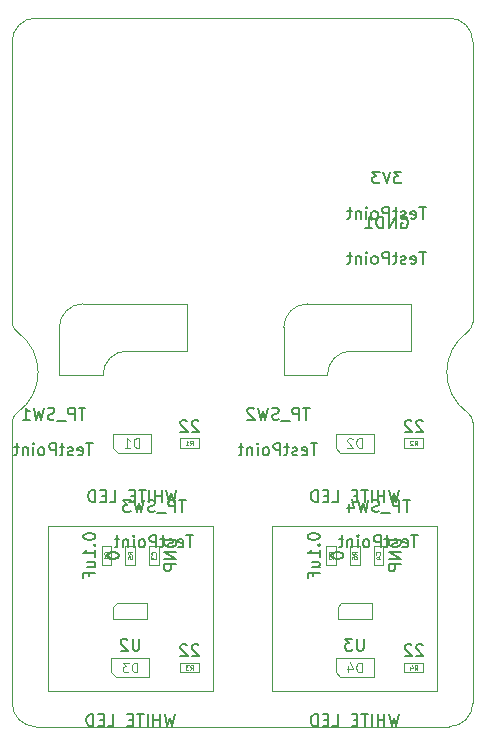
<source format=gbr>
%TF.GenerationSoftware,KiCad,Pcbnew,7.0.1*%
%TF.CreationDate,2023-03-19T03:20:37-04:00*%
%TF.ProjectId,Fluxpad,466c7578-7061-4642-9e6b-696361645f70,rev?*%
%TF.SameCoordinates,Original*%
%TF.FileFunction,AssemblyDrawing,Bot*%
%FSLAX46Y46*%
G04 Gerber Fmt 4.6, Leading zero omitted, Abs format (unit mm)*
G04 Created by KiCad (PCBNEW 7.0.1) date 2023-03-19 03:20:37*
%MOMM*%
%LPD*%
G01*
G04 APERTURE LIST*
%ADD10C,0.150000*%
%ADD11C,0.060000*%
%ADD12C,0.120000*%
%ADD13C,0.100000*%
%TA.AperFunction,Profile*%
%ADD14C,0.100000*%
%TD*%
G04 APERTURE END LIST*
D10*
%TO.C,U2*%
X111261904Y-117562619D02*
X111261904Y-118372142D01*
X111261904Y-118372142D02*
X111214285Y-118467380D01*
X111214285Y-118467380D02*
X111166666Y-118515000D01*
X111166666Y-118515000D02*
X111071428Y-118562619D01*
X111071428Y-118562619D02*
X110880952Y-118562619D01*
X110880952Y-118562619D02*
X110785714Y-118515000D01*
X110785714Y-118515000D02*
X110738095Y-118467380D01*
X110738095Y-118467380D02*
X110690476Y-118372142D01*
X110690476Y-118372142D02*
X110690476Y-117562619D01*
X110261904Y-117657857D02*
X110214285Y-117610238D01*
X110214285Y-117610238D02*
X110119047Y-117562619D01*
X110119047Y-117562619D02*
X109880952Y-117562619D01*
X109880952Y-117562619D02*
X109785714Y-117610238D01*
X109785714Y-117610238D02*
X109738095Y-117657857D01*
X109738095Y-117657857D02*
X109690476Y-117753095D01*
X109690476Y-117753095D02*
X109690476Y-117848333D01*
X109690476Y-117848333D02*
X109738095Y-117991190D01*
X109738095Y-117991190D02*
X110309523Y-118562619D01*
X110309523Y-118562619D02*
X109690476Y-118562619D01*
%TO.C,U3*%
X130261904Y-117562619D02*
X130261904Y-118372142D01*
X130261904Y-118372142D02*
X130214285Y-118467380D01*
X130214285Y-118467380D02*
X130166666Y-118515000D01*
X130166666Y-118515000D02*
X130071428Y-118562619D01*
X130071428Y-118562619D02*
X129880952Y-118562619D01*
X129880952Y-118562619D02*
X129785714Y-118515000D01*
X129785714Y-118515000D02*
X129738095Y-118467380D01*
X129738095Y-118467380D02*
X129690476Y-118372142D01*
X129690476Y-118372142D02*
X129690476Y-117562619D01*
X129309523Y-117562619D02*
X128690476Y-117562619D01*
X128690476Y-117562619D02*
X129023809Y-117943571D01*
X129023809Y-117943571D02*
X128880952Y-117943571D01*
X128880952Y-117943571D02*
X128785714Y-117991190D01*
X128785714Y-117991190D02*
X128738095Y-118038809D01*
X128738095Y-118038809D02*
X128690476Y-118134047D01*
X128690476Y-118134047D02*
X128690476Y-118372142D01*
X128690476Y-118372142D02*
X128738095Y-118467380D01*
X128738095Y-118467380D02*
X128785714Y-118515000D01*
X128785714Y-118515000D02*
X128880952Y-118562619D01*
X128880952Y-118562619D02*
X129166666Y-118562619D01*
X129166666Y-118562619D02*
X129261904Y-118515000D01*
X129261904Y-118515000D02*
X129309523Y-118467380D01*
%TO.C,TP_SW4*%
X134833333Y-108812619D02*
X134261905Y-108812619D01*
X134547619Y-109812619D02*
X134547619Y-108812619D01*
X133547619Y-109765000D02*
X133642857Y-109812619D01*
X133642857Y-109812619D02*
X133833333Y-109812619D01*
X133833333Y-109812619D02*
X133928571Y-109765000D01*
X133928571Y-109765000D02*
X133976190Y-109669761D01*
X133976190Y-109669761D02*
X133976190Y-109288809D01*
X133976190Y-109288809D02*
X133928571Y-109193571D01*
X133928571Y-109193571D02*
X133833333Y-109145952D01*
X133833333Y-109145952D02*
X133642857Y-109145952D01*
X133642857Y-109145952D02*
X133547619Y-109193571D01*
X133547619Y-109193571D02*
X133500000Y-109288809D01*
X133500000Y-109288809D02*
X133500000Y-109384047D01*
X133500000Y-109384047D02*
X133976190Y-109479285D01*
X133119047Y-109765000D02*
X133023809Y-109812619D01*
X133023809Y-109812619D02*
X132833333Y-109812619D01*
X132833333Y-109812619D02*
X132738095Y-109765000D01*
X132738095Y-109765000D02*
X132690476Y-109669761D01*
X132690476Y-109669761D02*
X132690476Y-109622142D01*
X132690476Y-109622142D02*
X132738095Y-109526904D01*
X132738095Y-109526904D02*
X132833333Y-109479285D01*
X132833333Y-109479285D02*
X132976190Y-109479285D01*
X132976190Y-109479285D02*
X133071428Y-109431666D01*
X133071428Y-109431666D02*
X133119047Y-109336428D01*
X133119047Y-109336428D02*
X133119047Y-109288809D01*
X133119047Y-109288809D02*
X133071428Y-109193571D01*
X133071428Y-109193571D02*
X132976190Y-109145952D01*
X132976190Y-109145952D02*
X132833333Y-109145952D01*
X132833333Y-109145952D02*
X132738095Y-109193571D01*
X132404761Y-109145952D02*
X132023809Y-109145952D01*
X132261904Y-108812619D02*
X132261904Y-109669761D01*
X132261904Y-109669761D02*
X132214285Y-109765000D01*
X132214285Y-109765000D02*
X132119047Y-109812619D01*
X132119047Y-109812619D02*
X132023809Y-109812619D01*
X131690475Y-109812619D02*
X131690475Y-108812619D01*
X131690475Y-108812619D02*
X131309523Y-108812619D01*
X131309523Y-108812619D02*
X131214285Y-108860238D01*
X131214285Y-108860238D02*
X131166666Y-108907857D01*
X131166666Y-108907857D02*
X131119047Y-109003095D01*
X131119047Y-109003095D02*
X131119047Y-109145952D01*
X131119047Y-109145952D02*
X131166666Y-109241190D01*
X131166666Y-109241190D02*
X131214285Y-109288809D01*
X131214285Y-109288809D02*
X131309523Y-109336428D01*
X131309523Y-109336428D02*
X131690475Y-109336428D01*
X130547618Y-109812619D02*
X130642856Y-109765000D01*
X130642856Y-109765000D02*
X130690475Y-109717380D01*
X130690475Y-109717380D02*
X130738094Y-109622142D01*
X130738094Y-109622142D02*
X130738094Y-109336428D01*
X130738094Y-109336428D02*
X130690475Y-109241190D01*
X130690475Y-109241190D02*
X130642856Y-109193571D01*
X130642856Y-109193571D02*
X130547618Y-109145952D01*
X130547618Y-109145952D02*
X130404761Y-109145952D01*
X130404761Y-109145952D02*
X130309523Y-109193571D01*
X130309523Y-109193571D02*
X130261904Y-109241190D01*
X130261904Y-109241190D02*
X130214285Y-109336428D01*
X130214285Y-109336428D02*
X130214285Y-109622142D01*
X130214285Y-109622142D02*
X130261904Y-109717380D01*
X130261904Y-109717380D02*
X130309523Y-109765000D01*
X130309523Y-109765000D02*
X130404761Y-109812619D01*
X130404761Y-109812619D02*
X130547618Y-109812619D01*
X129785713Y-109812619D02*
X129785713Y-109145952D01*
X129785713Y-108812619D02*
X129833332Y-108860238D01*
X129833332Y-108860238D02*
X129785713Y-108907857D01*
X129785713Y-108907857D02*
X129738094Y-108860238D01*
X129738094Y-108860238D02*
X129785713Y-108812619D01*
X129785713Y-108812619D02*
X129785713Y-108907857D01*
X129309523Y-109145952D02*
X129309523Y-109812619D01*
X129309523Y-109241190D02*
X129261904Y-109193571D01*
X129261904Y-109193571D02*
X129166666Y-109145952D01*
X129166666Y-109145952D02*
X129023809Y-109145952D01*
X129023809Y-109145952D02*
X128928571Y-109193571D01*
X128928571Y-109193571D02*
X128880952Y-109288809D01*
X128880952Y-109288809D02*
X128880952Y-109812619D01*
X128547618Y-109145952D02*
X128166666Y-109145952D01*
X128404761Y-108812619D02*
X128404761Y-109669761D01*
X128404761Y-109669761D02*
X128357142Y-109765000D01*
X128357142Y-109765000D02*
X128261904Y-109812619D01*
X128261904Y-109812619D02*
X128166666Y-109812619D01*
X134190475Y-105812619D02*
X133619047Y-105812619D01*
X133904761Y-106812619D02*
X133904761Y-105812619D01*
X133285713Y-106812619D02*
X133285713Y-105812619D01*
X133285713Y-105812619D02*
X132904761Y-105812619D01*
X132904761Y-105812619D02*
X132809523Y-105860238D01*
X132809523Y-105860238D02*
X132761904Y-105907857D01*
X132761904Y-105907857D02*
X132714285Y-106003095D01*
X132714285Y-106003095D02*
X132714285Y-106145952D01*
X132714285Y-106145952D02*
X132761904Y-106241190D01*
X132761904Y-106241190D02*
X132809523Y-106288809D01*
X132809523Y-106288809D02*
X132904761Y-106336428D01*
X132904761Y-106336428D02*
X133285713Y-106336428D01*
X132523809Y-106907857D02*
X131761904Y-106907857D01*
X131571427Y-106765000D02*
X131428570Y-106812619D01*
X131428570Y-106812619D02*
X131190475Y-106812619D01*
X131190475Y-106812619D02*
X131095237Y-106765000D01*
X131095237Y-106765000D02*
X131047618Y-106717380D01*
X131047618Y-106717380D02*
X130999999Y-106622142D01*
X130999999Y-106622142D02*
X130999999Y-106526904D01*
X130999999Y-106526904D02*
X131047618Y-106431666D01*
X131047618Y-106431666D02*
X131095237Y-106384047D01*
X131095237Y-106384047D02*
X131190475Y-106336428D01*
X131190475Y-106336428D02*
X131380951Y-106288809D01*
X131380951Y-106288809D02*
X131476189Y-106241190D01*
X131476189Y-106241190D02*
X131523808Y-106193571D01*
X131523808Y-106193571D02*
X131571427Y-106098333D01*
X131571427Y-106098333D02*
X131571427Y-106003095D01*
X131571427Y-106003095D02*
X131523808Y-105907857D01*
X131523808Y-105907857D02*
X131476189Y-105860238D01*
X131476189Y-105860238D02*
X131380951Y-105812619D01*
X131380951Y-105812619D02*
X131142856Y-105812619D01*
X131142856Y-105812619D02*
X130999999Y-105860238D01*
X130666665Y-105812619D02*
X130428570Y-106812619D01*
X130428570Y-106812619D02*
X130238094Y-106098333D01*
X130238094Y-106098333D02*
X130047618Y-106812619D01*
X130047618Y-106812619D02*
X129809523Y-105812619D01*
X128999999Y-106145952D02*
X128999999Y-106812619D01*
X129238094Y-105765000D02*
X129476189Y-106479285D01*
X129476189Y-106479285D02*
X128857142Y-106479285D01*
%TO.C,TP_SW1*%
X107333333Y-101012619D02*
X106761905Y-101012619D01*
X107047619Y-102012619D02*
X107047619Y-101012619D01*
X106047619Y-101965000D02*
X106142857Y-102012619D01*
X106142857Y-102012619D02*
X106333333Y-102012619D01*
X106333333Y-102012619D02*
X106428571Y-101965000D01*
X106428571Y-101965000D02*
X106476190Y-101869761D01*
X106476190Y-101869761D02*
X106476190Y-101488809D01*
X106476190Y-101488809D02*
X106428571Y-101393571D01*
X106428571Y-101393571D02*
X106333333Y-101345952D01*
X106333333Y-101345952D02*
X106142857Y-101345952D01*
X106142857Y-101345952D02*
X106047619Y-101393571D01*
X106047619Y-101393571D02*
X106000000Y-101488809D01*
X106000000Y-101488809D02*
X106000000Y-101584047D01*
X106000000Y-101584047D02*
X106476190Y-101679285D01*
X105619047Y-101965000D02*
X105523809Y-102012619D01*
X105523809Y-102012619D02*
X105333333Y-102012619D01*
X105333333Y-102012619D02*
X105238095Y-101965000D01*
X105238095Y-101965000D02*
X105190476Y-101869761D01*
X105190476Y-101869761D02*
X105190476Y-101822142D01*
X105190476Y-101822142D02*
X105238095Y-101726904D01*
X105238095Y-101726904D02*
X105333333Y-101679285D01*
X105333333Y-101679285D02*
X105476190Y-101679285D01*
X105476190Y-101679285D02*
X105571428Y-101631666D01*
X105571428Y-101631666D02*
X105619047Y-101536428D01*
X105619047Y-101536428D02*
X105619047Y-101488809D01*
X105619047Y-101488809D02*
X105571428Y-101393571D01*
X105571428Y-101393571D02*
X105476190Y-101345952D01*
X105476190Y-101345952D02*
X105333333Y-101345952D01*
X105333333Y-101345952D02*
X105238095Y-101393571D01*
X104904761Y-101345952D02*
X104523809Y-101345952D01*
X104761904Y-101012619D02*
X104761904Y-101869761D01*
X104761904Y-101869761D02*
X104714285Y-101965000D01*
X104714285Y-101965000D02*
X104619047Y-102012619D01*
X104619047Y-102012619D02*
X104523809Y-102012619D01*
X104190475Y-102012619D02*
X104190475Y-101012619D01*
X104190475Y-101012619D02*
X103809523Y-101012619D01*
X103809523Y-101012619D02*
X103714285Y-101060238D01*
X103714285Y-101060238D02*
X103666666Y-101107857D01*
X103666666Y-101107857D02*
X103619047Y-101203095D01*
X103619047Y-101203095D02*
X103619047Y-101345952D01*
X103619047Y-101345952D02*
X103666666Y-101441190D01*
X103666666Y-101441190D02*
X103714285Y-101488809D01*
X103714285Y-101488809D02*
X103809523Y-101536428D01*
X103809523Y-101536428D02*
X104190475Y-101536428D01*
X103047618Y-102012619D02*
X103142856Y-101965000D01*
X103142856Y-101965000D02*
X103190475Y-101917380D01*
X103190475Y-101917380D02*
X103238094Y-101822142D01*
X103238094Y-101822142D02*
X103238094Y-101536428D01*
X103238094Y-101536428D02*
X103190475Y-101441190D01*
X103190475Y-101441190D02*
X103142856Y-101393571D01*
X103142856Y-101393571D02*
X103047618Y-101345952D01*
X103047618Y-101345952D02*
X102904761Y-101345952D01*
X102904761Y-101345952D02*
X102809523Y-101393571D01*
X102809523Y-101393571D02*
X102761904Y-101441190D01*
X102761904Y-101441190D02*
X102714285Y-101536428D01*
X102714285Y-101536428D02*
X102714285Y-101822142D01*
X102714285Y-101822142D02*
X102761904Y-101917380D01*
X102761904Y-101917380D02*
X102809523Y-101965000D01*
X102809523Y-101965000D02*
X102904761Y-102012619D01*
X102904761Y-102012619D02*
X103047618Y-102012619D01*
X102285713Y-102012619D02*
X102285713Y-101345952D01*
X102285713Y-101012619D02*
X102333332Y-101060238D01*
X102333332Y-101060238D02*
X102285713Y-101107857D01*
X102285713Y-101107857D02*
X102238094Y-101060238D01*
X102238094Y-101060238D02*
X102285713Y-101012619D01*
X102285713Y-101012619D02*
X102285713Y-101107857D01*
X101809523Y-101345952D02*
X101809523Y-102012619D01*
X101809523Y-101441190D02*
X101761904Y-101393571D01*
X101761904Y-101393571D02*
X101666666Y-101345952D01*
X101666666Y-101345952D02*
X101523809Y-101345952D01*
X101523809Y-101345952D02*
X101428571Y-101393571D01*
X101428571Y-101393571D02*
X101380952Y-101488809D01*
X101380952Y-101488809D02*
X101380952Y-102012619D01*
X101047618Y-101345952D02*
X100666666Y-101345952D01*
X100904761Y-101012619D02*
X100904761Y-101869761D01*
X100904761Y-101869761D02*
X100857142Y-101965000D01*
X100857142Y-101965000D02*
X100761904Y-102012619D01*
X100761904Y-102012619D02*
X100666666Y-102012619D01*
X106690475Y-98012619D02*
X106119047Y-98012619D01*
X106404761Y-99012619D02*
X106404761Y-98012619D01*
X105785713Y-99012619D02*
X105785713Y-98012619D01*
X105785713Y-98012619D02*
X105404761Y-98012619D01*
X105404761Y-98012619D02*
X105309523Y-98060238D01*
X105309523Y-98060238D02*
X105261904Y-98107857D01*
X105261904Y-98107857D02*
X105214285Y-98203095D01*
X105214285Y-98203095D02*
X105214285Y-98345952D01*
X105214285Y-98345952D02*
X105261904Y-98441190D01*
X105261904Y-98441190D02*
X105309523Y-98488809D01*
X105309523Y-98488809D02*
X105404761Y-98536428D01*
X105404761Y-98536428D02*
X105785713Y-98536428D01*
X105023809Y-99107857D02*
X104261904Y-99107857D01*
X104071427Y-98965000D02*
X103928570Y-99012619D01*
X103928570Y-99012619D02*
X103690475Y-99012619D01*
X103690475Y-99012619D02*
X103595237Y-98965000D01*
X103595237Y-98965000D02*
X103547618Y-98917380D01*
X103547618Y-98917380D02*
X103499999Y-98822142D01*
X103499999Y-98822142D02*
X103499999Y-98726904D01*
X103499999Y-98726904D02*
X103547618Y-98631666D01*
X103547618Y-98631666D02*
X103595237Y-98584047D01*
X103595237Y-98584047D02*
X103690475Y-98536428D01*
X103690475Y-98536428D02*
X103880951Y-98488809D01*
X103880951Y-98488809D02*
X103976189Y-98441190D01*
X103976189Y-98441190D02*
X104023808Y-98393571D01*
X104023808Y-98393571D02*
X104071427Y-98298333D01*
X104071427Y-98298333D02*
X104071427Y-98203095D01*
X104071427Y-98203095D02*
X104023808Y-98107857D01*
X104023808Y-98107857D02*
X103976189Y-98060238D01*
X103976189Y-98060238D02*
X103880951Y-98012619D01*
X103880951Y-98012619D02*
X103642856Y-98012619D01*
X103642856Y-98012619D02*
X103499999Y-98060238D01*
X103166665Y-98012619D02*
X102928570Y-99012619D01*
X102928570Y-99012619D02*
X102738094Y-98298333D01*
X102738094Y-98298333D02*
X102547618Y-99012619D01*
X102547618Y-99012619D02*
X102309523Y-98012619D01*
X101404761Y-99012619D02*
X101976189Y-99012619D01*
X101690475Y-99012619D02*
X101690475Y-98012619D01*
X101690475Y-98012619D02*
X101785713Y-98155476D01*
X101785713Y-98155476D02*
X101880951Y-98250714D01*
X101880951Y-98250714D02*
X101976189Y-98298333D01*
%TO.C,R1*%
X116261904Y-99127857D02*
X116214285Y-99080238D01*
X116214285Y-99080238D02*
X116119047Y-99032619D01*
X116119047Y-99032619D02*
X115880952Y-99032619D01*
X115880952Y-99032619D02*
X115785714Y-99080238D01*
X115785714Y-99080238D02*
X115738095Y-99127857D01*
X115738095Y-99127857D02*
X115690476Y-99223095D01*
X115690476Y-99223095D02*
X115690476Y-99318333D01*
X115690476Y-99318333D02*
X115738095Y-99461190D01*
X115738095Y-99461190D02*
X116309523Y-100032619D01*
X116309523Y-100032619D02*
X115690476Y-100032619D01*
X115309523Y-99127857D02*
X115261904Y-99080238D01*
X115261904Y-99080238D02*
X115166666Y-99032619D01*
X115166666Y-99032619D02*
X114928571Y-99032619D01*
X114928571Y-99032619D02*
X114833333Y-99080238D01*
X114833333Y-99080238D02*
X114785714Y-99127857D01*
X114785714Y-99127857D02*
X114738095Y-99223095D01*
X114738095Y-99223095D02*
X114738095Y-99318333D01*
X114738095Y-99318333D02*
X114785714Y-99461190D01*
X114785714Y-99461190D02*
X115357142Y-100032619D01*
X115357142Y-100032619D02*
X114738095Y-100032619D01*
D11*
X115566666Y-101185047D02*
X115699999Y-100994571D01*
X115795237Y-101185047D02*
X115795237Y-100785047D01*
X115795237Y-100785047D02*
X115642856Y-100785047D01*
X115642856Y-100785047D02*
X115604761Y-100804095D01*
X115604761Y-100804095D02*
X115585714Y-100823142D01*
X115585714Y-100823142D02*
X115566666Y-100861238D01*
X115566666Y-100861238D02*
X115566666Y-100918380D01*
X115566666Y-100918380D02*
X115585714Y-100956476D01*
X115585714Y-100956476D02*
X115604761Y-100975523D01*
X115604761Y-100975523D02*
X115642856Y-100994571D01*
X115642856Y-100994571D02*
X115795237Y-100994571D01*
X115185714Y-101185047D02*
X115414285Y-101185047D01*
X115299999Y-101185047D02*
X115299999Y-100785047D01*
X115299999Y-100785047D02*
X115338095Y-100842190D01*
X115338095Y-100842190D02*
X115376190Y-100880285D01*
X115376190Y-100880285D02*
X115414285Y-100899333D01*
D10*
%TO.C,C2*%
X125532619Y-108857143D02*
X125532619Y-108952381D01*
X125532619Y-108952381D02*
X125580238Y-109047619D01*
X125580238Y-109047619D02*
X125627857Y-109095238D01*
X125627857Y-109095238D02*
X125723095Y-109142857D01*
X125723095Y-109142857D02*
X125913571Y-109190476D01*
X125913571Y-109190476D02*
X126151666Y-109190476D01*
X126151666Y-109190476D02*
X126342142Y-109142857D01*
X126342142Y-109142857D02*
X126437380Y-109095238D01*
X126437380Y-109095238D02*
X126485000Y-109047619D01*
X126485000Y-109047619D02*
X126532619Y-108952381D01*
X126532619Y-108952381D02*
X126532619Y-108857143D01*
X126532619Y-108857143D02*
X126485000Y-108761905D01*
X126485000Y-108761905D02*
X126437380Y-108714286D01*
X126437380Y-108714286D02*
X126342142Y-108666667D01*
X126342142Y-108666667D02*
X126151666Y-108619048D01*
X126151666Y-108619048D02*
X125913571Y-108619048D01*
X125913571Y-108619048D02*
X125723095Y-108666667D01*
X125723095Y-108666667D02*
X125627857Y-108714286D01*
X125627857Y-108714286D02*
X125580238Y-108761905D01*
X125580238Y-108761905D02*
X125532619Y-108857143D01*
X126437380Y-109619048D02*
X126485000Y-109666667D01*
X126485000Y-109666667D02*
X126532619Y-109619048D01*
X126532619Y-109619048D02*
X126485000Y-109571429D01*
X126485000Y-109571429D02*
X126437380Y-109619048D01*
X126437380Y-109619048D02*
X126532619Y-109619048D01*
X126532619Y-110619047D02*
X126532619Y-110047619D01*
X126532619Y-110333333D02*
X125532619Y-110333333D01*
X125532619Y-110333333D02*
X125675476Y-110238095D01*
X125675476Y-110238095D02*
X125770714Y-110142857D01*
X125770714Y-110142857D02*
X125818333Y-110047619D01*
X125865952Y-111476190D02*
X126532619Y-111476190D01*
X125865952Y-111047619D02*
X126389761Y-111047619D01*
X126389761Y-111047619D02*
X126485000Y-111095238D01*
X126485000Y-111095238D02*
X126532619Y-111190476D01*
X126532619Y-111190476D02*
X126532619Y-111333333D01*
X126532619Y-111333333D02*
X126485000Y-111428571D01*
X126485000Y-111428571D02*
X126437380Y-111476190D01*
X126008809Y-112285714D02*
X126008809Y-111952381D01*
X126532619Y-111952381D02*
X125532619Y-111952381D01*
X125532619Y-111952381D02*
X125532619Y-112428571D01*
D11*
X127646952Y-110433333D02*
X127666000Y-110414285D01*
X127666000Y-110414285D02*
X127685047Y-110357143D01*
X127685047Y-110357143D02*
X127685047Y-110319047D01*
X127685047Y-110319047D02*
X127666000Y-110261904D01*
X127666000Y-110261904D02*
X127627904Y-110223809D01*
X127627904Y-110223809D02*
X127589809Y-110204762D01*
X127589809Y-110204762D02*
X127513619Y-110185714D01*
X127513619Y-110185714D02*
X127456476Y-110185714D01*
X127456476Y-110185714D02*
X127380285Y-110204762D01*
X127380285Y-110204762D02*
X127342190Y-110223809D01*
X127342190Y-110223809D02*
X127304095Y-110261904D01*
X127304095Y-110261904D02*
X127285047Y-110319047D01*
X127285047Y-110319047D02*
X127285047Y-110357143D01*
X127285047Y-110357143D02*
X127304095Y-110414285D01*
X127304095Y-110414285D02*
X127323142Y-110433333D01*
X127323142Y-110585714D02*
X127304095Y-110604762D01*
X127304095Y-110604762D02*
X127285047Y-110642857D01*
X127285047Y-110642857D02*
X127285047Y-110738095D01*
X127285047Y-110738095D02*
X127304095Y-110776190D01*
X127304095Y-110776190D02*
X127323142Y-110795238D01*
X127323142Y-110795238D02*
X127361238Y-110814285D01*
X127361238Y-110814285D02*
X127399333Y-110814285D01*
X127399333Y-110814285D02*
X127456476Y-110795238D01*
X127456476Y-110795238D02*
X127685047Y-110566666D01*
X127685047Y-110566666D02*
X127685047Y-110814285D01*
D10*
%TO.C,R2*%
X135261904Y-99127857D02*
X135214285Y-99080238D01*
X135214285Y-99080238D02*
X135119047Y-99032619D01*
X135119047Y-99032619D02*
X134880952Y-99032619D01*
X134880952Y-99032619D02*
X134785714Y-99080238D01*
X134785714Y-99080238D02*
X134738095Y-99127857D01*
X134738095Y-99127857D02*
X134690476Y-99223095D01*
X134690476Y-99223095D02*
X134690476Y-99318333D01*
X134690476Y-99318333D02*
X134738095Y-99461190D01*
X134738095Y-99461190D02*
X135309523Y-100032619D01*
X135309523Y-100032619D02*
X134690476Y-100032619D01*
X134309523Y-99127857D02*
X134261904Y-99080238D01*
X134261904Y-99080238D02*
X134166666Y-99032619D01*
X134166666Y-99032619D02*
X133928571Y-99032619D01*
X133928571Y-99032619D02*
X133833333Y-99080238D01*
X133833333Y-99080238D02*
X133785714Y-99127857D01*
X133785714Y-99127857D02*
X133738095Y-99223095D01*
X133738095Y-99223095D02*
X133738095Y-99318333D01*
X133738095Y-99318333D02*
X133785714Y-99461190D01*
X133785714Y-99461190D02*
X134357142Y-100032619D01*
X134357142Y-100032619D02*
X133738095Y-100032619D01*
D11*
X134566666Y-101185047D02*
X134699999Y-100994571D01*
X134795237Y-101185047D02*
X134795237Y-100785047D01*
X134795237Y-100785047D02*
X134642856Y-100785047D01*
X134642856Y-100785047D02*
X134604761Y-100804095D01*
X134604761Y-100804095D02*
X134585714Y-100823142D01*
X134585714Y-100823142D02*
X134566666Y-100861238D01*
X134566666Y-100861238D02*
X134566666Y-100918380D01*
X134566666Y-100918380D02*
X134585714Y-100956476D01*
X134585714Y-100956476D02*
X134604761Y-100975523D01*
X134604761Y-100975523D02*
X134642856Y-100994571D01*
X134642856Y-100994571D02*
X134795237Y-100994571D01*
X134414285Y-100823142D02*
X134395237Y-100804095D01*
X134395237Y-100804095D02*
X134357142Y-100785047D01*
X134357142Y-100785047D02*
X134261904Y-100785047D01*
X134261904Y-100785047D02*
X134223809Y-100804095D01*
X134223809Y-100804095D02*
X134204761Y-100823142D01*
X134204761Y-100823142D02*
X134185714Y-100861238D01*
X134185714Y-100861238D02*
X134185714Y-100899333D01*
X134185714Y-100899333D02*
X134204761Y-100956476D01*
X134204761Y-100956476D02*
X134433333Y-101185047D01*
X134433333Y-101185047D02*
X134185714Y-101185047D01*
D10*
%TO.C,R5*%
X108532619Y-110452381D02*
X108532619Y-110547619D01*
X108532619Y-110547619D02*
X108580238Y-110642857D01*
X108580238Y-110642857D02*
X108627857Y-110690476D01*
X108627857Y-110690476D02*
X108723095Y-110738095D01*
X108723095Y-110738095D02*
X108913571Y-110785714D01*
X108913571Y-110785714D02*
X109151666Y-110785714D01*
X109151666Y-110785714D02*
X109342142Y-110738095D01*
X109342142Y-110738095D02*
X109437380Y-110690476D01*
X109437380Y-110690476D02*
X109485000Y-110642857D01*
X109485000Y-110642857D02*
X109532619Y-110547619D01*
X109532619Y-110547619D02*
X109532619Y-110452381D01*
X109532619Y-110452381D02*
X109485000Y-110357143D01*
X109485000Y-110357143D02*
X109437380Y-110309524D01*
X109437380Y-110309524D02*
X109342142Y-110261905D01*
X109342142Y-110261905D02*
X109151666Y-110214286D01*
X109151666Y-110214286D02*
X108913571Y-110214286D01*
X108913571Y-110214286D02*
X108723095Y-110261905D01*
X108723095Y-110261905D02*
X108627857Y-110309524D01*
X108627857Y-110309524D02*
X108580238Y-110357143D01*
X108580238Y-110357143D02*
X108532619Y-110452381D01*
D11*
X110685047Y-110433333D02*
X110494571Y-110300000D01*
X110685047Y-110204762D02*
X110285047Y-110204762D01*
X110285047Y-110204762D02*
X110285047Y-110357143D01*
X110285047Y-110357143D02*
X110304095Y-110395238D01*
X110304095Y-110395238D02*
X110323142Y-110414285D01*
X110323142Y-110414285D02*
X110361238Y-110433333D01*
X110361238Y-110433333D02*
X110418380Y-110433333D01*
X110418380Y-110433333D02*
X110456476Y-110414285D01*
X110456476Y-110414285D02*
X110475523Y-110395238D01*
X110475523Y-110395238D02*
X110494571Y-110357143D01*
X110494571Y-110357143D02*
X110494571Y-110204762D01*
X110285047Y-110795238D02*
X110285047Y-110604762D01*
X110285047Y-110604762D02*
X110475523Y-110585714D01*
X110475523Y-110585714D02*
X110456476Y-110604762D01*
X110456476Y-110604762D02*
X110437428Y-110642857D01*
X110437428Y-110642857D02*
X110437428Y-110738095D01*
X110437428Y-110738095D02*
X110456476Y-110776190D01*
X110456476Y-110776190D02*
X110475523Y-110795238D01*
X110475523Y-110795238D02*
X110513619Y-110814285D01*
X110513619Y-110814285D02*
X110608857Y-110814285D01*
X110608857Y-110814285D02*
X110646952Y-110795238D01*
X110646952Y-110795238D02*
X110666000Y-110776190D01*
X110666000Y-110776190D02*
X110685047Y-110738095D01*
X110685047Y-110738095D02*
X110685047Y-110642857D01*
X110685047Y-110642857D02*
X110666000Y-110604762D01*
X110666000Y-110604762D02*
X110646952Y-110585714D01*
D10*
%TO.C,D2*%
X133261904Y-104962619D02*
X133023809Y-105962619D01*
X133023809Y-105962619D02*
X132833333Y-105248333D01*
X132833333Y-105248333D02*
X132642857Y-105962619D01*
X132642857Y-105962619D02*
X132404762Y-104962619D01*
X132023809Y-105962619D02*
X132023809Y-104962619D01*
X132023809Y-105438809D02*
X131452381Y-105438809D01*
X131452381Y-105962619D02*
X131452381Y-104962619D01*
X130976190Y-105962619D02*
X130976190Y-104962619D01*
X130642857Y-104962619D02*
X130071429Y-104962619D01*
X130357143Y-105962619D02*
X130357143Y-104962619D01*
X129738095Y-105438809D02*
X129404762Y-105438809D01*
X129261905Y-105962619D02*
X129738095Y-105962619D01*
X129738095Y-105962619D02*
X129738095Y-104962619D01*
X129738095Y-104962619D02*
X129261905Y-104962619D01*
X127595238Y-105962619D02*
X128071428Y-105962619D01*
X128071428Y-105962619D02*
X128071428Y-104962619D01*
X127261904Y-105438809D02*
X126928571Y-105438809D01*
X126785714Y-105962619D02*
X127261904Y-105962619D01*
X127261904Y-105962619D02*
X127261904Y-104962619D01*
X127261904Y-104962619D02*
X126785714Y-104962619D01*
X126357142Y-105962619D02*
X126357142Y-104962619D01*
X126357142Y-104962619D02*
X126119047Y-104962619D01*
X126119047Y-104962619D02*
X125976190Y-105010238D01*
X125976190Y-105010238D02*
X125880952Y-105105476D01*
X125880952Y-105105476D02*
X125833333Y-105200714D01*
X125833333Y-105200714D02*
X125785714Y-105391190D01*
X125785714Y-105391190D02*
X125785714Y-105534047D01*
X125785714Y-105534047D02*
X125833333Y-105724523D01*
X125833333Y-105724523D02*
X125880952Y-105819761D01*
X125880952Y-105819761D02*
X125976190Y-105915000D01*
X125976190Y-105915000D02*
X126119047Y-105962619D01*
X126119047Y-105962619D02*
X126357142Y-105962619D01*
D12*
X130090475Y-101370095D02*
X130090475Y-100570095D01*
X130090475Y-100570095D02*
X129899999Y-100570095D01*
X129899999Y-100570095D02*
X129785713Y-100608190D01*
X129785713Y-100608190D02*
X129709523Y-100684380D01*
X129709523Y-100684380D02*
X129671428Y-100760571D01*
X129671428Y-100760571D02*
X129633332Y-100912952D01*
X129633332Y-100912952D02*
X129633332Y-101027238D01*
X129633332Y-101027238D02*
X129671428Y-101179619D01*
X129671428Y-101179619D02*
X129709523Y-101255809D01*
X129709523Y-101255809D02*
X129785713Y-101332000D01*
X129785713Y-101332000D02*
X129899999Y-101370095D01*
X129899999Y-101370095D02*
X130090475Y-101370095D01*
X129328571Y-100646285D02*
X129290475Y-100608190D01*
X129290475Y-100608190D02*
X129214285Y-100570095D01*
X129214285Y-100570095D02*
X129023809Y-100570095D01*
X129023809Y-100570095D02*
X128947618Y-100608190D01*
X128947618Y-100608190D02*
X128909523Y-100646285D01*
X128909523Y-100646285D02*
X128871428Y-100722476D01*
X128871428Y-100722476D02*
X128871428Y-100798666D01*
X128871428Y-100798666D02*
X128909523Y-100912952D01*
X128909523Y-100912952D02*
X129366666Y-101370095D01*
X129366666Y-101370095D02*
X128871428Y-101370095D01*
D10*
%TO.C,D3*%
X114261904Y-123962619D02*
X114023809Y-124962619D01*
X114023809Y-124962619D02*
X113833333Y-124248333D01*
X113833333Y-124248333D02*
X113642857Y-124962619D01*
X113642857Y-124962619D02*
X113404762Y-123962619D01*
X113023809Y-124962619D02*
X113023809Y-123962619D01*
X113023809Y-124438809D02*
X112452381Y-124438809D01*
X112452381Y-124962619D02*
X112452381Y-123962619D01*
X111976190Y-124962619D02*
X111976190Y-123962619D01*
X111642857Y-123962619D02*
X111071429Y-123962619D01*
X111357143Y-124962619D02*
X111357143Y-123962619D01*
X110738095Y-124438809D02*
X110404762Y-124438809D01*
X110261905Y-124962619D02*
X110738095Y-124962619D01*
X110738095Y-124962619D02*
X110738095Y-123962619D01*
X110738095Y-123962619D02*
X110261905Y-123962619D01*
X108595238Y-124962619D02*
X109071428Y-124962619D01*
X109071428Y-124962619D02*
X109071428Y-123962619D01*
X108261904Y-124438809D02*
X107928571Y-124438809D01*
X107785714Y-124962619D02*
X108261904Y-124962619D01*
X108261904Y-124962619D02*
X108261904Y-123962619D01*
X108261904Y-123962619D02*
X107785714Y-123962619D01*
X107357142Y-124962619D02*
X107357142Y-123962619D01*
X107357142Y-123962619D02*
X107119047Y-123962619D01*
X107119047Y-123962619D02*
X106976190Y-124010238D01*
X106976190Y-124010238D02*
X106880952Y-124105476D01*
X106880952Y-124105476D02*
X106833333Y-124200714D01*
X106833333Y-124200714D02*
X106785714Y-124391190D01*
X106785714Y-124391190D02*
X106785714Y-124534047D01*
X106785714Y-124534047D02*
X106833333Y-124724523D01*
X106833333Y-124724523D02*
X106880952Y-124819761D01*
X106880952Y-124819761D02*
X106976190Y-124915000D01*
X106976190Y-124915000D02*
X107119047Y-124962619D01*
X107119047Y-124962619D02*
X107357142Y-124962619D01*
D12*
X111090475Y-120370095D02*
X111090475Y-119570095D01*
X111090475Y-119570095D02*
X110899999Y-119570095D01*
X110899999Y-119570095D02*
X110785713Y-119608190D01*
X110785713Y-119608190D02*
X110709523Y-119684380D01*
X110709523Y-119684380D02*
X110671428Y-119760571D01*
X110671428Y-119760571D02*
X110633332Y-119912952D01*
X110633332Y-119912952D02*
X110633332Y-120027238D01*
X110633332Y-120027238D02*
X110671428Y-120179619D01*
X110671428Y-120179619D02*
X110709523Y-120255809D01*
X110709523Y-120255809D02*
X110785713Y-120332000D01*
X110785713Y-120332000D02*
X110899999Y-120370095D01*
X110899999Y-120370095D02*
X111090475Y-120370095D01*
X110366666Y-119570095D02*
X109871428Y-119570095D01*
X109871428Y-119570095D02*
X110138094Y-119874857D01*
X110138094Y-119874857D02*
X110023809Y-119874857D01*
X110023809Y-119874857D02*
X109947618Y-119912952D01*
X109947618Y-119912952D02*
X109909523Y-119951047D01*
X109909523Y-119951047D02*
X109871428Y-120027238D01*
X109871428Y-120027238D02*
X109871428Y-120217714D01*
X109871428Y-120217714D02*
X109909523Y-120293904D01*
X109909523Y-120293904D02*
X109947618Y-120332000D01*
X109947618Y-120332000D02*
X110023809Y-120370095D01*
X110023809Y-120370095D02*
X110252380Y-120370095D01*
X110252380Y-120370095D02*
X110328571Y-120332000D01*
X110328571Y-120332000D02*
X110366666Y-120293904D01*
D10*
%TO.C,TP_SW3*%
X115833333Y-108812619D02*
X115261905Y-108812619D01*
X115547619Y-109812619D02*
X115547619Y-108812619D01*
X114547619Y-109765000D02*
X114642857Y-109812619D01*
X114642857Y-109812619D02*
X114833333Y-109812619D01*
X114833333Y-109812619D02*
X114928571Y-109765000D01*
X114928571Y-109765000D02*
X114976190Y-109669761D01*
X114976190Y-109669761D02*
X114976190Y-109288809D01*
X114976190Y-109288809D02*
X114928571Y-109193571D01*
X114928571Y-109193571D02*
X114833333Y-109145952D01*
X114833333Y-109145952D02*
X114642857Y-109145952D01*
X114642857Y-109145952D02*
X114547619Y-109193571D01*
X114547619Y-109193571D02*
X114500000Y-109288809D01*
X114500000Y-109288809D02*
X114500000Y-109384047D01*
X114500000Y-109384047D02*
X114976190Y-109479285D01*
X114119047Y-109765000D02*
X114023809Y-109812619D01*
X114023809Y-109812619D02*
X113833333Y-109812619D01*
X113833333Y-109812619D02*
X113738095Y-109765000D01*
X113738095Y-109765000D02*
X113690476Y-109669761D01*
X113690476Y-109669761D02*
X113690476Y-109622142D01*
X113690476Y-109622142D02*
X113738095Y-109526904D01*
X113738095Y-109526904D02*
X113833333Y-109479285D01*
X113833333Y-109479285D02*
X113976190Y-109479285D01*
X113976190Y-109479285D02*
X114071428Y-109431666D01*
X114071428Y-109431666D02*
X114119047Y-109336428D01*
X114119047Y-109336428D02*
X114119047Y-109288809D01*
X114119047Y-109288809D02*
X114071428Y-109193571D01*
X114071428Y-109193571D02*
X113976190Y-109145952D01*
X113976190Y-109145952D02*
X113833333Y-109145952D01*
X113833333Y-109145952D02*
X113738095Y-109193571D01*
X113404761Y-109145952D02*
X113023809Y-109145952D01*
X113261904Y-108812619D02*
X113261904Y-109669761D01*
X113261904Y-109669761D02*
X113214285Y-109765000D01*
X113214285Y-109765000D02*
X113119047Y-109812619D01*
X113119047Y-109812619D02*
X113023809Y-109812619D01*
X112690475Y-109812619D02*
X112690475Y-108812619D01*
X112690475Y-108812619D02*
X112309523Y-108812619D01*
X112309523Y-108812619D02*
X112214285Y-108860238D01*
X112214285Y-108860238D02*
X112166666Y-108907857D01*
X112166666Y-108907857D02*
X112119047Y-109003095D01*
X112119047Y-109003095D02*
X112119047Y-109145952D01*
X112119047Y-109145952D02*
X112166666Y-109241190D01*
X112166666Y-109241190D02*
X112214285Y-109288809D01*
X112214285Y-109288809D02*
X112309523Y-109336428D01*
X112309523Y-109336428D02*
X112690475Y-109336428D01*
X111547618Y-109812619D02*
X111642856Y-109765000D01*
X111642856Y-109765000D02*
X111690475Y-109717380D01*
X111690475Y-109717380D02*
X111738094Y-109622142D01*
X111738094Y-109622142D02*
X111738094Y-109336428D01*
X111738094Y-109336428D02*
X111690475Y-109241190D01*
X111690475Y-109241190D02*
X111642856Y-109193571D01*
X111642856Y-109193571D02*
X111547618Y-109145952D01*
X111547618Y-109145952D02*
X111404761Y-109145952D01*
X111404761Y-109145952D02*
X111309523Y-109193571D01*
X111309523Y-109193571D02*
X111261904Y-109241190D01*
X111261904Y-109241190D02*
X111214285Y-109336428D01*
X111214285Y-109336428D02*
X111214285Y-109622142D01*
X111214285Y-109622142D02*
X111261904Y-109717380D01*
X111261904Y-109717380D02*
X111309523Y-109765000D01*
X111309523Y-109765000D02*
X111404761Y-109812619D01*
X111404761Y-109812619D02*
X111547618Y-109812619D01*
X110785713Y-109812619D02*
X110785713Y-109145952D01*
X110785713Y-108812619D02*
X110833332Y-108860238D01*
X110833332Y-108860238D02*
X110785713Y-108907857D01*
X110785713Y-108907857D02*
X110738094Y-108860238D01*
X110738094Y-108860238D02*
X110785713Y-108812619D01*
X110785713Y-108812619D02*
X110785713Y-108907857D01*
X110309523Y-109145952D02*
X110309523Y-109812619D01*
X110309523Y-109241190D02*
X110261904Y-109193571D01*
X110261904Y-109193571D02*
X110166666Y-109145952D01*
X110166666Y-109145952D02*
X110023809Y-109145952D01*
X110023809Y-109145952D02*
X109928571Y-109193571D01*
X109928571Y-109193571D02*
X109880952Y-109288809D01*
X109880952Y-109288809D02*
X109880952Y-109812619D01*
X109547618Y-109145952D02*
X109166666Y-109145952D01*
X109404761Y-108812619D02*
X109404761Y-109669761D01*
X109404761Y-109669761D02*
X109357142Y-109765000D01*
X109357142Y-109765000D02*
X109261904Y-109812619D01*
X109261904Y-109812619D02*
X109166666Y-109812619D01*
X115190475Y-105812619D02*
X114619047Y-105812619D01*
X114904761Y-106812619D02*
X114904761Y-105812619D01*
X114285713Y-106812619D02*
X114285713Y-105812619D01*
X114285713Y-105812619D02*
X113904761Y-105812619D01*
X113904761Y-105812619D02*
X113809523Y-105860238D01*
X113809523Y-105860238D02*
X113761904Y-105907857D01*
X113761904Y-105907857D02*
X113714285Y-106003095D01*
X113714285Y-106003095D02*
X113714285Y-106145952D01*
X113714285Y-106145952D02*
X113761904Y-106241190D01*
X113761904Y-106241190D02*
X113809523Y-106288809D01*
X113809523Y-106288809D02*
X113904761Y-106336428D01*
X113904761Y-106336428D02*
X114285713Y-106336428D01*
X113523809Y-106907857D02*
X112761904Y-106907857D01*
X112571427Y-106765000D02*
X112428570Y-106812619D01*
X112428570Y-106812619D02*
X112190475Y-106812619D01*
X112190475Y-106812619D02*
X112095237Y-106765000D01*
X112095237Y-106765000D02*
X112047618Y-106717380D01*
X112047618Y-106717380D02*
X111999999Y-106622142D01*
X111999999Y-106622142D02*
X111999999Y-106526904D01*
X111999999Y-106526904D02*
X112047618Y-106431666D01*
X112047618Y-106431666D02*
X112095237Y-106384047D01*
X112095237Y-106384047D02*
X112190475Y-106336428D01*
X112190475Y-106336428D02*
X112380951Y-106288809D01*
X112380951Y-106288809D02*
X112476189Y-106241190D01*
X112476189Y-106241190D02*
X112523808Y-106193571D01*
X112523808Y-106193571D02*
X112571427Y-106098333D01*
X112571427Y-106098333D02*
X112571427Y-106003095D01*
X112571427Y-106003095D02*
X112523808Y-105907857D01*
X112523808Y-105907857D02*
X112476189Y-105860238D01*
X112476189Y-105860238D02*
X112380951Y-105812619D01*
X112380951Y-105812619D02*
X112142856Y-105812619D01*
X112142856Y-105812619D02*
X111999999Y-105860238D01*
X111666665Y-105812619D02*
X111428570Y-106812619D01*
X111428570Y-106812619D02*
X111238094Y-106098333D01*
X111238094Y-106098333D02*
X111047618Y-106812619D01*
X111047618Y-106812619D02*
X110809523Y-105812619D01*
X110523808Y-105812619D02*
X109904761Y-105812619D01*
X109904761Y-105812619D02*
X110238094Y-106193571D01*
X110238094Y-106193571D02*
X110095237Y-106193571D01*
X110095237Y-106193571D02*
X109999999Y-106241190D01*
X109999999Y-106241190D02*
X109952380Y-106288809D01*
X109952380Y-106288809D02*
X109904761Y-106384047D01*
X109904761Y-106384047D02*
X109904761Y-106622142D01*
X109904761Y-106622142D02*
X109952380Y-106717380D01*
X109952380Y-106717380D02*
X109999999Y-106765000D01*
X109999999Y-106765000D02*
X110095237Y-106812619D01*
X110095237Y-106812619D02*
X110380951Y-106812619D01*
X110380951Y-106812619D02*
X110476189Y-106765000D01*
X110476189Y-106765000D02*
X110523808Y-106717380D01*
%TO.C,R6*%
X127532619Y-110452381D02*
X127532619Y-110547619D01*
X127532619Y-110547619D02*
X127580238Y-110642857D01*
X127580238Y-110642857D02*
X127627857Y-110690476D01*
X127627857Y-110690476D02*
X127723095Y-110738095D01*
X127723095Y-110738095D02*
X127913571Y-110785714D01*
X127913571Y-110785714D02*
X128151666Y-110785714D01*
X128151666Y-110785714D02*
X128342142Y-110738095D01*
X128342142Y-110738095D02*
X128437380Y-110690476D01*
X128437380Y-110690476D02*
X128485000Y-110642857D01*
X128485000Y-110642857D02*
X128532619Y-110547619D01*
X128532619Y-110547619D02*
X128532619Y-110452381D01*
X128532619Y-110452381D02*
X128485000Y-110357143D01*
X128485000Y-110357143D02*
X128437380Y-110309524D01*
X128437380Y-110309524D02*
X128342142Y-110261905D01*
X128342142Y-110261905D02*
X128151666Y-110214286D01*
X128151666Y-110214286D02*
X127913571Y-110214286D01*
X127913571Y-110214286D02*
X127723095Y-110261905D01*
X127723095Y-110261905D02*
X127627857Y-110309524D01*
X127627857Y-110309524D02*
X127580238Y-110357143D01*
X127580238Y-110357143D02*
X127532619Y-110452381D01*
D11*
X129685047Y-110433333D02*
X129494571Y-110300000D01*
X129685047Y-110204762D02*
X129285047Y-110204762D01*
X129285047Y-110204762D02*
X129285047Y-110357143D01*
X129285047Y-110357143D02*
X129304095Y-110395238D01*
X129304095Y-110395238D02*
X129323142Y-110414285D01*
X129323142Y-110414285D02*
X129361238Y-110433333D01*
X129361238Y-110433333D02*
X129418380Y-110433333D01*
X129418380Y-110433333D02*
X129456476Y-110414285D01*
X129456476Y-110414285D02*
X129475523Y-110395238D01*
X129475523Y-110395238D02*
X129494571Y-110357143D01*
X129494571Y-110357143D02*
X129494571Y-110204762D01*
X129285047Y-110776190D02*
X129285047Y-110700000D01*
X129285047Y-110700000D02*
X129304095Y-110661904D01*
X129304095Y-110661904D02*
X129323142Y-110642857D01*
X129323142Y-110642857D02*
X129380285Y-110604762D01*
X129380285Y-110604762D02*
X129456476Y-110585714D01*
X129456476Y-110585714D02*
X129608857Y-110585714D01*
X129608857Y-110585714D02*
X129646952Y-110604762D01*
X129646952Y-110604762D02*
X129666000Y-110623809D01*
X129666000Y-110623809D02*
X129685047Y-110661904D01*
X129685047Y-110661904D02*
X129685047Y-110738095D01*
X129685047Y-110738095D02*
X129666000Y-110776190D01*
X129666000Y-110776190D02*
X129646952Y-110795238D01*
X129646952Y-110795238D02*
X129608857Y-110814285D01*
X129608857Y-110814285D02*
X129513619Y-110814285D01*
X129513619Y-110814285D02*
X129475523Y-110795238D01*
X129475523Y-110795238D02*
X129456476Y-110776190D01*
X129456476Y-110776190D02*
X129437428Y-110738095D01*
X129437428Y-110738095D02*
X129437428Y-110661904D01*
X129437428Y-110661904D02*
X129456476Y-110623809D01*
X129456476Y-110623809D02*
X129475523Y-110604762D01*
X129475523Y-110604762D02*
X129513619Y-110585714D01*
D10*
%TO.C,C4*%
X133392619Y-109214286D02*
X132392619Y-109214286D01*
X132392619Y-109214286D02*
X132392619Y-109452381D01*
X132392619Y-109452381D02*
X132440238Y-109595238D01*
X132440238Y-109595238D02*
X132535476Y-109690476D01*
X132535476Y-109690476D02*
X132630714Y-109738095D01*
X132630714Y-109738095D02*
X132821190Y-109785714D01*
X132821190Y-109785714D02*
X132964047Y-109785714D01*
X132964047Y-109785714D02*
X133154523Y-109738095D01*
X133154523Y-109738095D02*
X133249761Y-109690476D01*
X133249761Y-109690476D02*
X133345000Y-109595238D01*
X133345000Y-109595238D02*
X133392619Y-109452381D01*
X133392619Y-109452381D02*
X133392619Y-109214286D01*
X133392619Y-110214286D02*
X132392619Y-110214286D01*
X132392619Y-110214286D02*
X133392619Y-110785714D01*
X133392619Y-110785714D02*
X132392619Y-110785714D01*
X133392619Y-111261905D02*
X132392619Y-111261905D01*
X132392619Y-111261905D02*
X132392619Y-111642857D01*
X132392619Y-111642857D02*
X132440238Y-111738095D01*
X132440238Y-111738095D02*
X132487857Y-111785714D01*
X132487857Y-111785714D02*
X132583095Y-111833333D01*
X132583095Y-111833333D02*
X132725952Y-111833333D01*
X132725952Y-111833333D02*
X132821190Y-111785714D01*
X132821190Y-111785714D02*
X132868809Y-111738095D01*
X132868809Y-111738095D02*
X132916428Y-111642857D01*
X132916428Y-111642857D02*
X132916428Y-111261905D01*
D11*
X131646952Y-110433333D02*
X131666000Y-110414285D01*
X131666000Y-110414285D02*
X131685047Y-110357143D01*
X131685047Y-110357143D02*
X131685047Y-110319047D01*
X131685047Y-110319047D02*
X131666000Y-110261904D01*
X131666000Y-110261904D02*
X131627904Y-110223809D01*
X131627904Y-110223809D02*
X131589809Y-110204762D01*
X131589809Y-110204762D02*
X131513619Y-110185714D01*
X131513619Y-110185714D02*
X131456476Y-110185714D01*
X131456476Y-110185714D02*
X131380285Y-110204762D01*
X131380285Y-110204762D02*
X131342190Y-110223809D01*
X131342190Y-110223809D02*
X131304095Y-110261904D01*
X131304095Y-110261904D02*
X131285047Y-110319047D01*
X131285047Y-110319047D02*
X131285047Y-110357143D01*
X131285047Y-110357143D02*
X131304095Y-110414285D01*
X131304095Y-110414285D02*
X131323142Y-110433333D01*
X131418380Y-110776190D02*
X131685047Y-110776190D01*
X131266000Y-110680952D02*
X131551714Y-110585714D01*
X131551714Y-110585714D02*
X131551714Y-110833333D01*
D10*
%TO.C,D4*%
X133261904Y-123962619D02*
X133023809Y-124962619D01*
X133023809Y-124962619D02*
X132833333Y-124248333D01*
X132833333Y-124248333D02*
X132642857Y-124962619D01*
X132642857Y-124962619D02*
X132404762Y-123962619D01*
X132023809Y-124962619D02*
X132023809Y-123962619D01*
X132023809Y-124438809D02*
X131452381Y-124438809D01*
X131452381Y-124962619D02*
X131452381Y-123962619D01*
X130976190Y-124962619D02*
X130976190Y-123962619D01*
X130642857Y-123962619D02*
X130071429Y-123962619D01*
X130357143Y-124962619D02*
X130357143Y-123962619D01*
X129738095Y-124438809D02*
X129404762Y-124438809D01*
X129261905Y-124962619D02*
X129738095Y-124962619D01*
X129738095Y-124962619D02*
X129738095Y-123962619D01*
X129738095Y-123962619D02*
X129261905Y-123962619D01*
X127595238Y-124962619D02*
X128071428Y-124962619D01*
X128071428Y-124962619D02*
X128071428Y-123962619D01*
X127261904Y-124438809D02*
X126928571Y-124438809D01*
X126785714Y-124962619D02*
X127261904Y-124962619D01*
X127261904Y-124962619D02*
X127261904Y-123962619D01*
X127261904Y-123962619D02*
X126785714Y-123962619D01*
X126357142Y-124962619D02*
X126357142Y-123962619D01*
X126357142Y-123962619D02*
X126119047Y-123962619D01*
X126119047Y-123962619D02*
X125976190Y-124010238D01*
X125976190Y-124010238D02*
X125880952Y-124105476D01*
X125880952Y-124105476D02*
X125833333Y-124200714D01*
X125833333Y-124200714D02*
X125785714Y-124391190D01*
X125785714Y-124391190D02*
X125785714Y-124534047D01*
X125785714Y-124534047D02*
X125833333Y-124724523D01*
X125833333Y-124724523D02*
X125880952Y-124819761D01*
X125880952Y-124819761D02*
X125976190Y-124915000D01*
X125976190Y-124915000D02*
X126119047Y-124962619D01*
X126119047Y-124962619D02*
X126357142Y-124962619D01*
D12*
X130090475Y-120370095D02*
X130090475Y-119570095D01*
X130090475Y-119570095D02*
X129899999Y-119570095D01*
X129899999Y-119570095D02*
X129785713Y-119608190D01*
X129785713Y-119608190D02*
X129709523Y-119684380D01*
X129709523Y-119684380D02*
X129671428Y-119760571D01*
X129671428Y-119760571D02*
X129633332Y-119912952D01*
X129633332Y-119912952D02*
X129633332Y-120027238D01*
X129633332Y-120027238D02*
X129671428Y-120179619D01*
X129671428Y-120179619D02*
X129709523Y-120255809D01*
X129709523Y-120255809D02*
X129785713Y-120332000D01*
X129785713Y-120332000D02*
X129899999Y-120370095D01*
X129899999Y-120370095D02*
X130090475Y-120370095D01*
X128947618Y-119836761D02*
X128947618Y-120370095D01*
X129138094Y-119532000D02*
X129328571Y-120103428D01*
X129328571Y-120103428D02*
X128833332Y-120103428D01*
D10*
%TO.C,TP_SW2*%
X126333333Y-101012619D02*
X125761905Y-101012619D01*
X126047619Y-102012619D02*
X126047619Y-101012619D01*
X125047619Y-101965000D02*
X125142857Y-102012619D01*
X125142857Y-102012619D02*
X125333333Y-102012619D01*
X125333333Y-102012619D02*
X125428571Y-101965000D01*
X125428571Y-101965000D02*
X125476190Y-101869761D01*
X125476190Y-101869761D02*
X125476190Y-101488809D01*
X125476190Y-101488809D02*
X125428571Y-101393571D01*
X125428571Y-101393571D02*
X125333333Y-101345952D01*
X125333333Y-101345952D02*
X125142857Y-101345952D01*
X125142857Y-101345952D02*
X125047619Y-101393571D01*
X125047619Y-101393571D02*
X125000000Y-101488809D01*
X125000000Y-101488809D02*
X125000000Y-101584047D01*
X125000000Y-101584047D02*
X125476190Y-101679285D01*
X124619047Y-101965000D02*
X124523809Y-102012619D01*
X124523809Y-102012619D02*
X124333333Y-102012619D01*
X124333333Y-102012619D02*
X124238095Y-101965000D01*
X124238095Y-101965000D02*
X124190476Y-101869761D01*
X124190476Y-101869761D02*
X124190476Y-101822142D01*
X124190476Y-101822142D02*
X124238095Y-101726904D01*
X124238095Y-101726904D02*
X124333333Y-101679285D01*
X124333333Y-101679285D02*
X124476190Y-101679285D01*
X124476190Y-101679285D02*
X124571428Y-101631666D01*
X124571428Y-101631666D02*
X124619047Y-101536428D01*
X124619047Y-101536428D02*
X124619047Y-101488809D01*
X124619047Y-101488809D02*
X124571428Y-101393571D01*
X124571428Y-101393571D02*
X124476190Y-101345952D01*
X124476190Y-101345952D02*
X124333333Y-101345952D01*
X124333333Y-101345952D02*
X124238095Y-101393571D01*
X123904761Y-101345952D02*
X123523809Y-101345952D01*
X123761904Y-101012619D02*
X123761904Y-101869761D01*
X123761904Y-101869761D02*
X123714285Y-101965000D01*
X123714285Y-101965000D02*
X123619047Y-102012619D01*
X123619047Y-102012619D02*
X123523809Y-102012619D01*
X123190475Y-102012619D02*
X123190475Y-101012619D01*
X123190475Y-101012619D02*
X122809523Y-101012619D01*
X122809523Y-101012619D02*
X122714285Y-101060238D01*
X122714285Y-101060238D02*
X122666666Y-101107857D01*
X122666666Y-101107857D02*
X122619047Y-101203095D01*
X122619047Y-101203095D02*
X122619047Y-101345952D01*
X122619047Y-101345952D02*
X122666666Y-101441190D01*
X122666666Y-101441190D02*
X122714285Y-101488809D01*
X122714285Y-101488809D02*
X122809523Y-101536428D01*
X122809523Y-101536428D02*
X123190475Y-101536428D01*
X122047618Y-102012619D02*
X122142856Y-101965000D01*
X122142856Y-101965000D02*
X122190475Y-101917380D01*
X122190475Y-101917380D02*
X122238094Y-101822142D01*
X122238094Y-101822142D02*
X122238094Y-101536428D01*
X122238094Y-101536428D02*
X122190475Y-101441190D01*
X122190475Y-101441190D02*
X122142856Y-101393571D01*
X122142856Y-101393571D02*
X122047618Y-101345952D01*
X122047618Y-101345952D02*
X121904761Y-101345952D01*
X121904761Y-101345952D02*
X121809523Y-101393571D01*
X121809523Y-101393571D02*
X121761904Y-101441190D01*
X121761904Y-101441190D02*
X121714285Y-101536428D01*
X121714285Y-101536428D02*
X121714285Y-101822142D01*
X121714285Y-101822142D02*
X121761904Y-101917380D01*
X121761904Y-101917380D02*
X121809523Y-101965000D01*
X121809523Y-101965000D02*
X121904761Y-102012619D01*
X121904761Y-102012619D02*
X122047618Y-102012619D01*
X121285713Y-102012619D02*
X121285713Y-101345952D01*
X121285713Y-101012619D02*
X121333332Y-101060238D01*
X121333332Y-101060238D02*
X121285713Y-101107857D01*
X121285713Y-101107857D02*
X121238094Y-101060238D01*
X121238094Y-101060238D02*
X121285713Y-101012619D01*
X121285713Y-101012619D02*
X121285713Y-101107857D01*
X120809523Y-101345952D02*
X120809523Y-102012619D01*
X120809523Y-101441190D02*
X120761904Y-101393571D01*
X120761904Y-101393571D02*
X120666666Y-101345952D01*
X120666666Y-101345952D02*
X120523809Y-101345952D01*
X120523809Y-101345952D02*
X120428571Y-101393571D01*
X120428571Y-101393571D02*
X120380952Y-101488809D01*
X120380952Y-101488809D02*
X120380952Y-102012619D01*
X120047618Y-101345952D02*
X119666666Y-101345952D01*
X119904761Y-101012619D02*
X119904761Y-101869761D01*
X119904761Y-101869761D02*
X119857142Y-101965000D01*
X119857142Y-101965000D02*
X119761904Y-102012619D01*
X119761904Y-102012619D02*
X119666666Y-102012619D01*
X125690475Y-98012619D02*
X125119047Y-98012619D01*
X125404761Y-99012619D02*
X125404761Y-98012619D01*
X124785713Y-99012619D02*
X124785713Y-98012619D01*
X124785713Y-98012619D02*
X124404761Y-98012619D01*
X124404761Y-98012619D02*
X124309523Y-98060238D01*
X124309523Y-98060238D02*
X124261904Y-98107857D01*
X124261904Y-98107857D02*
X124214285Y-98203095D01*
X124214285Y-98203095D02*
X124214285Y-98345952D01*
X124214285Y-98345952D02*
X124261904Y-98441190D01*
X124261904Y-98441190D02*
X124309523Y-98488809D01*
X124309523Y-98488809D02*
X124404761Y-98536428D01*
X124404761Y-98536428D02*
X124785713Y-98536428D01*
X124023809Y-99107857D02*
X123261904Y-99107857D01*
X123071427Y-98965000D02*
X122928570Y-99012619D01*
X122928570Y-99012619D02*
X122690475Y-99012619D01*
X122690475Y-99012619D02*
X122595237Y-98965000D01*
X122595237Y-98965000D02*
X122547618Y-98917380D01*
X122547618Y-98917380D02*
X122499999Y-98822142D01*
X122499999Y-98822142D02*
X122499999Y-98726904D01*
X122499999Y-98726904D02*
X122547618Y-98631666D01*
X122547618Y-98631666D02*
X122595237Y-98584047D01*
X122595237Y-98584047D02*
X122690475Y-98536428D01*
X122690475Y-98536428D02*
X122880951Y-98488809D01*
X122880951Y-98488809D02*
X122976189Y-98441190D01*
X122976189Y-98441190D02*
X123023808Y-98393571D01*
X123023808Y-98393571D02*
X123071427Y-98298333D01*
X123071427Y-98298333D02*
X123071427Y-98203095D01*
X123071427Y-98203095D02*
X123023808Y-98107857D01*
X123023808Y-98107857D02*
X122976189Y-98060238D01*
X122976189Y-98060238D02*
X122880951Y-98012619D01*
X122880951Y-98012619D02*
X122642856Y-98012619D01*
X122642856Y-98012619D02*
X122499999Y-98060238D01*
X122166665Y-98012619D02*
X121928570Y-99012619D01*
X121928570Y-99012619D02*
X121738094Y-98298333D01*
X121738094Y-98298333D02*
X121547618Y-99012619D01*
X121547618Y-99012619D02*
X121309523Y-98012619D01*
X120976189Y-98107857D02*
X120928570Y-98060238D01*
X120928570Y-98060238D02*
X120833332Y-98012619D01*
X120833332Y-98012619D02*
X120595237Y-98012619D01*
X120595237Y-98012619D02*
X120499999Y-98060238D01*
X120499999Y-98060238D02*
X120452380Y-98107857D01*
X120452380Y-98107857D02*
X120404761Y-98203095D01*
X120404761Y-98203095D02*
X120404761Y-98298333D01*
X120404761Y-98298333D02*
X120452380Y-98441190D01*
X120452380Y-98441190D02*
X121023808Y-99012619D01*
X121023808Y-99012619D02*
X120404761Y-99012619D01*
%TO.C,C3*%
X114392619Y-109214286D02*
X113392619Y-109214286D01*
X113392619Y-109214286D02*
X113392619Y-109452381D01*
X113392619Y-109452381D02*
X113440238Y-109595238D01*
X113440238Y-109595238D02*
X113535476Y-109690476D01*
X113535476Y-109690476D02*
X113630714Y-109738095D01*
X113630714Y-109738095D02*
X113821190Y-109785714D01*
X113821190Y-109785714D02*
X113964047Y-109785714D01*
X113964047Y-109785714D02*
X114154523Y-109738095D01*
X114154523Y-109738095D02*
X114249761Y-109690476D01*
X114249761Y-109690476D02*
X114345000Y-109595238D01*
X114345000Y-109595238D02*
X114392619Y-109452381D01*
X114392619Y-109452381D02*
X114392619Y-109214286D01*
X114392619Y-110214286D02*
X113392619Y-110214286D01*
X113392619Y-110214286D02*
X114392619Y-110785714D01*
X114392619Y-110785714D02*
X113392619Y-110785714D01*
X114392619Y-111261905D02*
X113392619Y-111261905D01*
X113392619Y-111261905D02*
X113392619Y-111642857D01*
X113392619Y-111642857D02*
X113440238Y-111738095D01*
X113440238Y-111738095D02*
X113487857Y-111785714D01*
X113487857Y-111785714D02*
X113583095Y-111833333D01*
X113583095Y-111833333D02*
X113725952Y-111833333D01*
X113725952Y-111833333D02*
X113821190Y-111785714D01*
X113821190Y-111785714D02*
X113868809Y-111738095D01*
X113868809Y-111738095D02*
X113916428Y-111642857D01*
X113916428Y-111642857D02*
X113916428Y-111261905D01*
D11*
X112646952Y-110433333D02*
X112666000Y-110414285D01*
X112666000Y-110414285D02*
X112685047Y-110357143D01*
X112685047Y-110357143D02*
X112685047Y-110319047D01*
X112685047Y-110319047D02*
X112666000Y-110261904D01*
X112666000Y-110261904D02*
X112627904Y-110223809D01*
X112627904Y-110223809D02*
X112589809Y-110204762D01*
X112589809Y-110204762D02*
X112513619Y-110185714D01*
X112513619Y-110185714D02*
X112456476Y-110185714D01*
X112456476Y-110185714D02*
X112380285Y-110204762D01*
X112380285Y-110204762D02*
X112342190Y-110223809D01*
X112342190Y-110223809D02*
X112304095Y-110261904D01*
X112304095Y-110261904D02*
X112285047Y-110319047D01*
X112285047Y-110319047D02*
X112285047Y-110357143D01*
X112285047Y-110357143D02*
X112304095Y-110414285D01*
X112304095Y-110414285D02*
X112323142Y-110433333D01*
X112285047Y-110566666D02*
X112285047Y-110814285D01*
X112285047Y-110814285D02*
X112437428Y-110680952D01*
X112437428Y-110680952D02*
X112437428Y-110738095D01*
X112437428Y-110738095D02*
X112456476Y-110776190D01*
X112456476Y-110776190D02*
X112475523Y-110795238D01*
X112475523Y-110795238D02*
X112513619Y-110814285D01*
X112513619Y-110814285D02*
X112608857Y-110814285D01*
X112608857Y-110814285D02*
X112646952Y-110795238D01*
X112646952Y-110795238D02*
X112666000Y-110776190D01*
X112666000Y-110776190D02*
X112685047Y-110738095D01*
X112685047Y-110738095D02*
X112685047Y-110623809D01*
X112685047Y-110623809D02*
X112666000Y-110585714D01*
X112666000Y-110585714D02*
X112646952Y-110566666D01*
D10*
%TO.C,D1*%
X114411904Y-104962619D02*
X114173809Y-105962619D01*
X114173809Y-105962619D02*
X113983333Y-105248333D01*
X113983333Y-105248333D02*
X113792857Y-105962619D01*
X113792857Y-105962619D02*
X113554762Y-104962619D01*
X113173809Y-105962619D02*
X113173809Y-104962619D01*
X113173809Y-105438809D02*
X112602381Y-105438809D01*
X112602381Y-105962619D02*
X112602381Y-104962619D01*
X112126190Y-105962619D02*
X112126190Y-104962619D01*
X111792857Y-104962619D02*
X111221429Y-104962619D01*
X111507143Y-105962619D02*
X111507143Y-104962619D01*
X110888095Y-105438809D02*
X110554762Y-105438809D01*
X110411905Y-105962619D02*
X110888095Y-105962619D01*
X110888095Y-105962619D02*
X110888095Y-104962619D01*
X110888095Y-104962619D02*
X110411905Y-104962619D01*
X108745238Y-105962619D02*
X109221428Y-105962619D01*
X109221428Y-105962619D02*
X109221428Y-104962619D01*
X108411904Y-105438809D02*
X108078571Y-105438809D01*
X107935714Y-105962619D02*
X108411904Y-105962619D01*
X108411904Y-105962619D02*
X108411904Y-104962619D01*
X108411904Y-104962619D02*
X107935714Y-104962619D01*
X107507142Y-105962619D02*
X107507142Y-104962619D01*
X107507142Y-104962619D02*
X107269047Y-104962619D01*
X107269047Y-104962619D02*
X107126190Y-105010238D01*
X107126190Y-105010238D02*
X107030952Y-105105476D01*
X107030952Y-105105476D02*
X106983333Y-105200714D01*
X106983333Y-105200714D02*
X106935714Y-105391190D01*
X106935714Y-105391190D02*
X106935714Y-105534047D01*
X106935714Y-105534047D02*
X106983333Y-105724523D01*
X106983333Y-105724523D02*
X107030952Y-105819761D01*
X107030952Y-105819761D02*
X107126190Y-105915000D01*
X107126190Y-105915000D02*
X107269047Y-105962619D01*
X107269047Y-105962619D02*
X107507142Y-105962619D01*
D12*
X111240475Y-101370095D02*
X111240475Y-100570095D01*
X111240475Y-100570095D02*
X111049999Y-100570095D01*
X111049999Y-100570095D02*
X110935713Y-100608190D01*
X110935713Y-100608190D02*
X110859523Y-100684380D01*
X110859523Y-100684380D02*
X110821428Y-100760571D01*
X110821428Y-100760571D02*
X110783332Y-100912952D01*
X110783332Y-100912952D02*
X110783332Y-101027238D01*
X110783332Y-101027238D02*
X110821428Y-101179619D01*
X110821428Y-101179619D02*
X110859523Y-101255809D01*
X110859523Y-101255809D02*
X110935713Y-101332000D01*
X110935713Y-101332000D02*
X111049999Y-101370095D01*
X111049999Y-101370095D02*
X111240475Y-101370095D01*
X110021428Y-101370095D02*
X110478571Y-101370095D01*
X110249999Y-101370095D02*
X110249999Y-100570095D01*
X110249999Y-100570095D02*
X110326190Y-100684380D01*
X110326190Y-100684380D02*
X110402380Y-100760571D01*
X110402380Y-100760571D02*
X110478571Y-100798666D01*
D10*
%TO.C,R3*%
X116261904Y-118127857D02*
X116214285Y-118080238D01*
X116214285Y-118080238D02*
X116119047Y-118032619D01*
X116119047Y-118032619D02*
X115880952Y-118032619D01*
X115880952Y-118032619D02*
X115785714Y-118080238D01*
X115785714Y-118080238D02*
X115738095Y-118127857D01*
X115738095Y-118127857D02*
X115690476Y-118223095D01*
X115690476Y-118223095D02*
X115690476Y-118318333D01*
X115690476Y-118318333D02*
X115738095Y-118461190D01*
X115738095Y-118461190D02*
X116309523Y-119032619D01*
X116309523Y-119032619D02*
X115690476Y-119032619D01*
X115309523Y-118127857D02*
X115261904Y-118080238D01*
X115261904Y-118080238D02*
X115166666Y-118032619D01*
X115166666Y-118032619D02*
X114928571Y-118032619D01*
X114928571Y-118032619D02*
X114833333Y-118080238D01*
X114833333Y-118080238D02*
X114785714Y-118127857D01*
X114785714Y-118127857D02*
X114738095Y-118223095D01*
X114738095Y-118223095D02*
X114738095Y-118318333D01*
X114738095Y-118318333D02*
X114785714Y-118461190D01*
X114785714Y-118461190D02*
X115357142Y-119032619D01*
X115357142Y-119032619D02*
X114738095Y-119032619D01*
D11*
X115566666Y-120185047D02*
X115699999Y-119994571D01*
X115795237Y-120185047D02*
X115795237Y-119785047D01*
X115795237Y-119785047D02*
X115642856Y-119785047D01*
X115642856Y-119785047D02*
X115604761Y-119804095D01*
X115604761Y-119804095D02*
X115585714Y-119823142D01*
X115585714Y-119823142D02*
X115566666Y-119861238D01*
X115566666Y-119861238D02*
X115566666Y-119918380D01*
X115566666Y-119918380D02*
X115585714Y-119956476D01*
X115585714Y-119956476D02*
X115604761Y-119975523D01*
X115604761Y-119975523D02*
X115642856Y-119994571D01*
X115642856Y-119994571D02*
X115795237Y-119994571D01*
X115433333Y-119785047D02*
X115185714Y-119785047D01*
X115185714Y-119785047D02*
X115319047Y-119937428D01*
X115319047Y-119937428D02*
X115261904Y-119937428D01*
X115261904Y-119937428D02*
X115223809Y-119956476D01*
X115223809Y-119956476D02*
X115204761Y-119975523D01*
X115204761Y-119975523D02*
X115185714Y-120013619D01*
X115185714Y-120013619D02*
X115185714Y-120108857D01*
X115185714Y-120108857D02*
X115204761Y-120146952D01*
X115204761Y-120146952D02*
X115223809Y-120166000D01*
X115223809Y-120166000D02*
X115261904Y-120185047D01*
X115261904Y-120185047D02*
X115376190Y-120185047D01*
X115376190Y-120185047D02*
X115414285Y-120166000D01*
X115414285Y-120166000D02*
X115433333Y-120146952D01*
D10*
%TO.C,C1*%
X106532619Y-108857143D02*
X106532619Y-108952381D01*
X106532619Y-108952381D02*
X106580238Y-109047619D01*
X106580238Y-109047619D02*
X106627857Y-109095238D01*
X106627857Y-109095238D02*
X106723095Y-109142857D01*
X106723095Y-109142857D02*
X106913571Y-109190476D01*
X106913571Y-109190476D02*
X107151666Y-109190476D01*
X107151666Y-109190476D02*
X107342142Y-109142857D01*
X107342142Y-109142857D02*
X107437380Y-109095238D01*
X107437380Y-109095238D02*
X107485000Y-109047619D01*
X107485000Y-109047619D02*
X107532619Y-108952381D01*
X107532619Y-108952381D02*
X107532619Y-108857143D01*
X107532619Y-108857143D02*
X107485000Y-108761905D01*
X107485000Y-108761905D02*
X107437380Y-108714286D01*
X107437380Y-108714286D02*
X107342142Y-108666667D01*
X107342142Y-108666667D02*
X107151666Y-108619048D01*
X107151666Y-108619048D02*
X106913571Y-108619048D01*
X106913571Y-108619048D02*
X106723095Y-108666667D01*
X106723095Y-108666667D02*
X106627857Y-108714286D01*
X106627857Y-108714286D02*
X106580238Y-108761905D01*
X106580238Y-108761905D02*
X106532619Y-108857143D01*
X107437380Y-109619048D02*
X107485000Y-109666667D01*
X107485000Y-109666667D02*
X107532619Y-109619048D01*
X107532619Y-109619048D02*
X107485000Y-109571429D01*
X107485000Y-109571429D02*
X107437380Y-109619048D01*
X107437380Y-109619048D02*
X107532619Y-109619048D01*
X107532619Y-110619047D02*
X107532619Y-110047619D01*
X107532619Y-110333333D02*
X106532619Y-110333333D01*
X106532619Y-110333333D02*
X106675476Y-110238095D01*
X106675476Y-110238095D02*
X106770714Y-110142857D01*
X106770714Y-110142857D02*
X106818333Y-110047619D01*
X106865952Y-111476190D02*
X107532619Y-111476190D01*
X106865952Y-111047619D02*
X107389761Y-111047619D01*
X107389761Y-111047619D02*
X107485000Y-111095238D01*
X107485000Y-111095238D02*
X107532619Y-111190476D01*
X107532619Y-111190476D02*
X107532619Y-111333333D01*
X107532619Y-111333333D02*
X107485000Y-111428571D01*
X107485000Y-111428571D02*
X107437380Y-111476190D01*
X107008809Y-112285714D02*
X107008809Y-111952381D01*
X107532619Y-111952381D02*
X106532619Y-111952381D01*
X106532619Y-111952381D02*
X106532619Y-112428571D01*
D11*
X108646952Y-110433333D02*
X108666000Y-110414285D01*
X108666000Y-110414285D02*
X108685047Y-110357143D01*
X108685047Y-110357143D02*
X108685047Y-110319047D01*
X108685047Y-110319047D02*
X108666000Y-110261904D01*
X108666000Y-110261904D02*
X108627904Y-110223809D01*
X108627904Y-110223809D02*
X108589809Y-110204762D01*
X108589809Y-110204762D02*
X108513619Y-110185714D01*
X108513619Y-110185714D02*
X108456476Y-110185714D01*
X108456476Y-110185714D02*
X108380285Y-110204762D01*
X108380285Y-110204762D02*
X108342190Y-110223809D01*
X108342190Y-110223809D02*
X108304095Y-110261904D01*
X108304095Y-110261904D02*
X108285047Y-110319047D01*
X108285047Y-110319047D02*
X108285047Y-110357143D01*
X108285047Y-110357143D02*
X108304095Y-110414285D01*
X108304095Y-110414285D02*
X108323142Y-110433333D01*
X108685047Y-110814285D02*
X108685047Y-110585714D01*
X108685047Y-110700000D02*
X108285047Y-110700000D01*
X108285047Y-110700000D02*
X108342190Y-110661904D01*
X108342190Y-110661904D02*
X108380285Y-110623809D01*
X108380285Y-110623809D02*
X108399333Y-110585714D01*
D10*
%TO.C,GND1*%
X135533333Y-84812619D02*
X134961905Y-84812619D01*
X135247619Y-85812619D02*
X135247619Y-84812619D01*
X134247619Y-85765000D02*
X134342857Y-85812619D01*
X134342857Y-85812619D02*
X134533333Y-85812619D01*
X134533333Y-85812619D02*
X134628571Y-85765000D01*
X134628571Y-85765000D02*
X134676190Y-85669761D01*
X134676190Y-85669761D02*
X134676190Y-85288809D01*
X134676190Y-85288809D02*
X134628571Y-85193571D01*
X134628571Y-85193571D02*
X134533333Y-85145952D01*
X134533333Y-85145952D02*
X134342857Y-85145952D01*
X134342857Y-85145952D02*
X134247619Y-85193571D01*
X134247619Y-85193571D02*
X134200000Y-85288809D01*
X134200000Y-85288809D02*
X134200000Y-85384047D01*
X134200000Y-85384047D02*
X134676190Y-85479285D01*
X133819047Y-85765000D02*
X133723809Y-85812619D01*
X133723809Y-85812619D02*
X133533333Y-85812619D01*
X133533333Y-85812619D02*
X133438095Y-85765000D01*
X133438095Y-85765000D02*
X133390476Y-85669761D01*
X133390476Y-85669761D02*
X133390476Y-85622142D01*
X133390476Y-85622142D02*
X133438095Y-85526904D01*
X133438095Y-85526904D02*
X133533333Y-85479285D01*
X133533333Y-85479285D02*
X133676190Y-85479285D01*
X133676190Y-85479285D02*
X133771428Y-85431666D01*
X133771428Y-85431666D02*
X133819047Y-85336428D01*
X133819047Y-85336428D02*
X133819047Y-85288809D01*
X133819047Y-85288809D02*
X133771428Y-85193571D01*
X133771428Y-85193571D02*
X133676190Y-85145952D01*
X133676190Y-85145952D02*
X133533333Y-85145952D01*
X133533333Y-85145952D02*
X133438095Y-85193571D01*
X133104761Y-85145952D02*
X132723809Y-85145952D01*
X132961904Y-84812619D02*
X132961904Y-85669761D01*
X132961904Y-85669761D02*
X132914285Y-85765000D01*
X132914285Y-85765000D02*
X132819047Y-85812619D01*
X132819047Y-85812619D02*
X132723809Y-85812619D01*
X132390475Y-85812619D02*
X132390475Y-84812619D01*
X132390475Y-84812619D02*
X132009523Y-84812619D01*
X132009523Y-84812619D02*
X131914285Y-84860238D01*
X131914285Y-84860238D02*
X131866666Y-84907857D01*
X131866666Y-84907857D02*
X131819047Y-85003095D01*
X131819047Y-85003095D02*
X131819047Y-85145952D01*
X131819047Y-85145952D02*
X131866666Y-85241190D01*
X131866666Y-85241190D02*
X131914285Y-85288809D01*
X131914285Y-85288809D02*
X132009523Y-85336428D01*
X132009523Y-85336428D02*
X132390475Y-85336428D01*
X131247618Y-85812619D02*
X131342856Y-85765000D01*
X131342856Y-85765000D02*
X131390475Y-85717380D01*
X131390475Y-85717380D02*
X131438094Y-85622142D01*
X131438094Y-85622142D02*
X131438094Y-85336428D01*
X131438094Y-85336428D02*
X131390475Y-85241190D01*
X131390475Y-85241190D02*
X131342856Y-85193571D01*
X131342856Y-85193571D02*
X131247618Y-85145952D01*
X131247618Y-85145952D02*
X131104761Y-85145952D01*
X131104761Y-85145952D02*
X131009523Y-85193571D01*
X131009523Y-85193571D02*
X130961904Y-85241190D01*
X130961904Y-85241190D02*
X130914285Y-85336428D01*
X130914285Y-85336428D02*
X130914285Y-85622142D01*
X130914285Y-85622142D02*
X130961904Y-85717380D01*
X130961904Y-85717380D02*
X131009523Y-85765000D01*
X131009523Y-85765000D02*
X131104761Y-85812619D01*
X131104761Y-85812619D02*
X131247618Y-85812619D01*
X130485713Y-85812619D02*
X130485713Y-85145952D01*
X130485713Y-84812619D02*
X130533332Y-84860238D01*
X130533332Y-84860238D02*
X130485713Y-84907857D01*
X130485713Y-84907857D02*
X130438094Y-84860238D01*
X130438094Y-84860238D02*
X130485713Y-84812619D01*
X130485713Y-84812619D02*
X130485713Y-84907857D01*
X130009523Y-85145952D02*
X130009523Y-85812619D01*
X130009523Y-85241190D02*
X129961904Y-85193571D01*
X129961904Y-85193571D02*
X129866666Y-85145952D01*
X129866666Y-85145952D02*
X129723809Y-85145952D01*
X129723809Y-85145952D02*
X129628571Y-85193571D01*
X129628571Y-85193571D02*
X129580952Y-85288809D01*
X129580952Y-85288809D02*
X129580952Y-85812619D01*
X129247618Y-85145952D02*
X128866666Y-85145952D01*
X129104761Y-84812619D02*
X129104761Y-85669761D01*
X129104761Y-85669761D02*
X129057142Y-85765000D01*
X129057142Y-85765000D02*
X128961904Y-85812619D01*
X128961904Y-85812619D02*
X128866666Y-85812619D01*
X133438095Y-81860238D02*
X133533333Y-81812619D01*
X133533333Y-81812619D02*
X133676190Y-81812619D01*
X133676190Y-81812619D02*
X133819047Y-81860238D01*
X133819047Y-81860238D02*
X133914285Y-81955476D01*
X133914285Y-81955476D02*
X133961904Y-82050714D01*
X133961904Y-82050714D02*
X134009523Y-82241190D01*
X134009523Y-82241190D02*
X134009523Y-82384047D01*
X134009523Y-82384047D02*
X133961904Y-82574523D01*
X133961904Y-82574523D02*
X133914285Y-82669761D01*
X133914285Y-82669761D02*
X133819047Y-82765000D01*
X133819047Y-82765000D02*
X133676190Y-82812619D01*
X133676190Y-82812619D02*
X133580952Y-82812619D01*
X133580952Y-82812619D02*
X133438095Y-82765000D01*
X133438095Y-82765000D02*
X133390476Y-82717380D01*
X133390476Y-82717380D02*
X133390476Y-82384047D01*
X133390476Y-82384047D02*
X133580952Y-82384047D01*
X132961904Y-82812619D02*
X132961904Y-81812619D01*
X132961904Y-81812619D02*
X132390476Y-82812619D01*
X132390476Y-82812619D02*
X132390476Y-81812619D01*
X131914285Y-82812619D02*
X131914285Y-81812619D01*
X131914285Y-81812619D02*
X131676190Y-81812619D01*
X131676190Y-81812619D02*
X131533333Y-81860238D01*
X131533333Y-81860238D02*
X131438095Y-81955476D01*
X131438095Y-81955476D02*
X131390476Y-82050714D01*
X131390476Y-82050714D02*
X131342857Y-82241190D01*
X131342857Y-82241190D02*
X131342857Y-82384047D01*
X131342857Y-82384047D02*
X131390476Y-82574523D01*
X131390476Y-82574523D02*
X131438095Y-82669761D01*
X131438095Y-82669761D02*
X131533333Y-82765000D01*
X131533333Y-82765000D02*
X131676190Y-82812619D01*
X131676190Y-82812619D02*
X131914285Y-82812619D01*
X130390476Y-82812619D02*
X130961904Y-82812619D01*
X130676190Y-82812619D02*
X130676190Y-81812619D01*
X130676190Y-81812619D02*
X130771428Y-81955476D01*
X130771428Y-81955476D02*
X130866666Y-82050714D01*
X130866666Y-82050714D02*
X130961904Y-82098333D01*
%TO.C,3V3*%
X135533333Y-81012619D02*
X134961905Y-81012619D01*
X135247619Y-82012619D02*
X135247619Y-81012619D01*
X134247619Y-81965000D02*
X134342857Y-82012619D01*
X134342857Y-82012619D02*
X134533333Y-82012619D01*
X134533333Y-82012619D02*
X134628571Y-81965000D01*
X134628571Y-81965000D02*
X134676190Y-81869761D01*
X134676190Y-81869761D02*
X134676190Y-81488809D01*
X134676190Y-81488809D02*
X134628571Y-81393571D01*
X134628571Y-81393571D02*
X134533333Y-81345952D01*
X134533333Y-81345952D02*
X134342857Y-81345952D01*
X134342857Y-81345952D02*
X134247619Y-81393571D01*
X134247619Y-81393571D02*
X134200000Y-81488809D01*
X134200000Y-81488809D02*
X134200000Y-81584047D01*
X134200000Y-81584047D02*
X134676190Y-81679285D01*
X133819047Y-81965000D02*
X133723809Y-82012619D01*
X133723809Y-82012619D02*
X133533333Y-82012619D01*
X133533333Y-82012619D02*
X133438095Y-81965000D01*
X133438095Y-81965000D02*
X133390476Y-81869761D01*
X133390476Y-81869761D02*
X133390476Y-81822142D01*
X133390476Y-81822142D02*
X133438095Y-81726904D01*
X133438095Y-81726904D02*
X133533333Y-81679285D01*
X133533333Y-81679285D02*
X133676190Y-81679285D01*
X133676190Y-81679285D02*
X133771428Y-81631666D01*
X133771428Y-81631666D02*
X133819047Y-81536428D01*
X133819047Y-81536428D02*
X133819047Y-81488809D01*
X133819047Y-81488809D02*
X133771428Y-81393571D01*
X133771428Y-81393571D02*
X133676190Y-81345952D01*
X133676190Y-81345952D02*
X133533333Y-81345952D01*
X133533333Y-81345952D02*
X133438095Y-81393571D01*
X133104761Y-81345952D02*
X132723809Y-81345952D01*
X132961904Y-81012619D02*
X132961904Y-81869761D01*
X132961904Y-81869761D02*
X132914285Y-81965000D01*
X132914285Y-81965000D02*
X132819047Y-82012619D01*
X132819047Y-82012619D02*
X132723809Y-82012619D01*
X132390475Y-82012619D02*
X132390475Y-81012619D01*
X132390475Y-81012619D02*
X132009523Y-81012619D01*
X132009523Y-81012619D02*
X131914285Y-81060238D01*
X131914285Y-81060238D02*
X131866666Y-81107857D01*
X131866666Y-81107857D02*
X131819047Y-81203095D01*
X131819047Y-81203095D02*
X131819047Y-81345952D01*
X131819047Y-81345952D02*
X131866666Y-81441190D01*
X131866666Y-81441190D02*
X131914285Y-81488809D01*
X131914285Y-81488809D02*
X132009523Y-81536428D01*
X132009523Y-81536428D02*
X132390475Y-81536428D01*
X131247618Y-82012619D02*
X131342856Y-81965000D01*
X131342856Y-81965000D02*
X131390475Y-81917380D01*
X131390475Y-81917380D02*
X131438094Y-81822142D01*
X131438094Y-81822142D02*
X131438094Y-81536428D01*
X131438094Y-81536428D02*
X131390475Y-81441190D01*
X131390475Y-81441190D02*
X131342856Y-81393571D01*
X131342856Y-81393571D02*
X131247618Y-81345952D01*
X131247618Y-81345952D02*
X131104761Y-81345952D01*
X131104761Y-81345952D02*
X131009523Y-81393571D01*
X131009523Y-81393571D02*
X130961904Y-81441190D01*
X130961904Y-81441190D02*
X130914285Y-81536428D01*
X130914285Y-81536428D02*
X130914285Y-81822142D01*
X130914285Y-81822142D02*
X130961904Y-81917380D01*
X130961904Y-81917380D02*
X131009523Y-81965000D01*
X131009523Y-81965000D02*
X131104761Y-82012619D01*
X131104761Y-82012619D02*
X131247618Y-82012619D01*
X130485713Y-82012619D02*
X130485713Y-81345952D01*
X130485713Y-81012619D02*
X130533332Y-81060238D01*
X130533332Y-81060238D02*
X130485713Y-81107857D01*
X130485713Y-81107857D02*
X130438094Y-81060238D01*
X130438094Y-81060238D02*
X130485713Y-81012619D01*
X130485713Y-81012619D02*
X130485713Y-81107857D01*
X130009523Y-81345952D02*
X130009523Y-82012619D01*
X130009523Y-81441190D02*
X129961904Y-81393571D01*
X129961904Y-81393571D02*
X129866666Y-81345952D01*
X129866666Y-81345952D02*
X129723809Y-81345952D01*
X129723809Y-81345952D02*
X129628571Y-81393571D01*
X129628571Y-81393571D02*
X129580952Y-81488809D01*
X129580952Y-81488809D02*
X129580952Y-82012619D01*
X129247618Y-81345952D02*
X128866666Y-81345952D01*
X129104761Y-81012619D02*
X129104761Y-81869761D01*
X129104761Y-81869761D02*
X129057142Y-81965000D01*
X129057142Y-81965000D02*
X128961904Y-82012619D01*
X128961904Y-82012619D02*
X128866666Y-82012619D01*
X133438094Y-78012619D02*
X132819047Y-78012619D01*
X132819047Y-78012619D02*
X133152380Y-78393571D01*
X133152380Y-78393571D02*
X133009523Y-78393571D01*
X133009523Y-78393571D02*
X132914285Y-78441190D01*
X132914285Y-78441190D02*
X132866666Y-78488809D01*
X132866666Y-78488809D02*
X132819047Y-78584047D01*
X132819047Y-78584047D02*
X132819047Y-78822142D01*
X132819047Y-78822142D02*
X132866666Y-78917380D01*
X132866666Y-78917380D02*
X132914285Y-78965000D01*
X132914285Y-78965000D02*
X133009523Y-79012619D01*
X133009523Y-79012619D02*
X133295237Y-79012619D01*
X133295237Y-79012619D02*
X133390475Y-78965000D01*
X133390475Y-78965000D02*
X133438094Y-78917380D01*
X132533332Y-78012619D02*
X132199999Y-79012619D01*
X132199999Y-79012619D02*
X131866666Y-78012619D01*
X131628570Y-78012619D02*
X131009523Y-78012619D01*
X131009523Y-78012619D02*
X131342856Y-78393571D01*
X131342856Y-78393571D02*
X131199999Y-78393571D01*
X131199999Y-78393571D02*
X131104761Y-78441190D01*
X131104761Y-78441190D02*
X131057142Y-78488809D01*
X131057142Y-78488809D02*
X131009523Y-78584047D01*
X131009523Y-78584047D02*
X131009523Y-78822142D01*
X131009523Y-78822142D02*
X131057142Y-78917380D01*
X131057142Y-78917380D02*
X131104761Y-78965000D01*
X131104761Y-78965000D02*
X131199999Y-79012619D01*
X131199999Y-79012619D02*
X131485713Y-79012619D01*
X131485713Y-79012619D02*
X131580951Y-78965000D01*
X131580951Y-78965000D02*
X131628570Y-78917380D01*
%TO.C,R4*%
X135261904Y-118127857D02*
X135214285Y-118080238D01*
X135214285Y-118080238D02*
X135119047Y-118032619D01*
X135119047Y-118032619D02*
X134880952Y-118032619D01*
X134880952Y-118032619D02*
X134785714Y-118080238D01*
X134785714Y-118080238D02*
X134738095Y-118127857D01*
X134738095Y-118127857D02*
X134690476Y-118223095D01*
X134690476Y-118223095D02*
X134690476Y-118318333D01*
X134690476Y-118318333D02*
X134738095Y-118461190D01*
X134738095Y-118461190D02*
X135309523Y-119032619D01*
X135309523Y-119032619D02*
X134690476Y-119032619D01*
X134309523Y-118127857D02*
X134261904Y-118080238D01*
X134261904Y-118080238D02*
X134166666Y-118032619D01*
X134166666Y-118032619D02*
X133928571Y-118032619D01*
X133928571Y-118032619D02*
X133833333Y-118080238D01*
X133833333Y-118080238D02*
X133785714Y-118127857D01*
X133785714Y-118127857D02*
X133738095Y-118223095D01*
X133738095Y-118223095D02*
X133738095Y-118318333D01*
X133738095Y-118318333D02*
X133785714Y-118461190D01*
X133785714Y-118461190D02*
X134357142Y-119032619D01*
X134357142Y-119032619D02*
X133738095Y-119032619D01*
D11*
X134566666Y-120185047D02*
X134699999Y-119994571D01*
X134795237Y-120185047D02*
X134795237Y-119785047D01*
X134795237Y-119785047D02*
X134642856Y-119785047D01*
X134642856Y-119785047D02*
X134604761Y-119804095D01*
X134604761Y-119804095D02*
X134585714Y-119823142D01*
X134585714Y-119823142D02*
X134566666Y-119861238D01*
X134566666Y-119861238D02*
X134566666Y-119918380D01*
X134566666Y-119918380D02*
X134585714Y-119956476D01*
X134585714Y-119956476D02*
X134604761Y-119975523D01*
X134604761Y-119975523D02*
X134642856Y-119994571D01*
X134642856Y-119994571D02*
X134795237Y-119994571D01*
X134223809Y-119918380D02*
X134223809Y-120185047D01*
X134319047Y-119766000D02*
X134414285Y-120051714D01*
X134414285Y-120051714D02*
X134166666Y-120051714D01*
D13*
%TO.C,U2*%
X117500000Y-108000000D02*
X117500000Y-122000000D01*
X117500000Y-122000000D02*
X103500000Y-122000000D01*
X111950000Y-114550000D02*
X109375000Y-114550000D01*
X111950000Y-115850000D02*
X111950000Y-114550000D01*
X109375000Y-114550000D02*
X109050000Y-114875000D01*
X109050000Y-114875000D02*
X109050000Y-115850000D01*
X109050000Y-115850000D02*
X111950000Y-115850000D01*
X103500000Y-108000000D02*
X117500000Y-108000000D01*
X103500000Y-122000000D02*
X103500000Y-108000000D01*
%TO.C,U3*%
X136500000Y-108000000D02*
X136500000Y-122000000D01*
X136500000Y-122000000D02*
X122500000Y-122000000D01*
X130950000Y-114550000D02*
X128375000Y-114550000D01*
X130950000Y-115850000D02*
X130950000Y-114550000D01*
X128375000Y-114550000D02*
X128050000Y-114875000D01*
X128050000Y-114875000D02*
X128050000Y-115850000D01*
X128050000Y-115850000D02*
X130950000Y-115850000D01*
X122500000Y-108000000D02*
X136500000Y-108000000D01*
X122500000Y-122000000D02*
X122500000Y-108000000D01*
D12*
%TO.C,SW2*%
X129200000Y-93200000D02*
G75*
G03*
X127200000Y-95200000I-1J-1999999D01*
G01*
X125500000Y-89200000D02*
G75*
G03*
X123500000Y-91200000I-1J-1999999D01*
G01*
X134300000Y-89200000D02*
X134300000Y-93200000D01*
X129200000Y-93200000D02*
X134300000Y-93200000D01*
X125500000Y-89200000D02*
X134300000Y-89200000D01*
X123500000Y-95200000D02*
X127200000Y-95200000D01*
X123500000Y-95200000D02*
X123500000Y-91200000D01*
%TO.C,SW1*%
X104500000Y-95200000D02*
X104500000Y-91200000D01*
X104500000Y-95200000D02*
X108200000Y-95200000D01*
X106500000Y-89200000D02*
X115300000Y-89200000D01*
X110200000Y-93200000D02*
X115300000Y-93200000D01*
X115300000Y-89200000D02*
X115300000Y-93200000D01*
X106500000Y-89200000D02*
G75*
G03*
X104500000Y-91200000I-1J-1999999D01*
G01*
X110200000Y-93200000D02*
G75*
G03*
X108200000Y-95200000I-1J-1999999D01*
G01*
D13*
%TO.C,R1*%
X116300000Y-101412500D02*
X116300000Y-100587500D01*
X114700000Y-100587500D02*
X114700000Y-101412500D01*
X116300000Y-100587500D02*
X114700000Y-100587500D01*
X114700000Y-101412500D02*
X116300000Y-101412500D01*
%TO.C,C2*%
X127100000Y-111300000D02*
X127900000Y-111300000D01*
X127900000Y-109700000D02*
X127100000Y-109700000D01*
X127900000Y-111300000D02*
X127900000Y-109700000D01*
X127100000Y-109700000D02*
X127100000Y-111300000D01*
%TO.C,R2*%
X135300000Y-100587500D02*
X133700000Y-100587500D01*
X133700000Y-101412500D02*
X135300000Y-101412500D01*
X133700000Y-100587500D02*
X133700000Y-101412500D01*
X135300000Y-101412500D02*
X135300000Y-100587500D01*
%TO.C,R5*%
X110087500Y-109700000D02*
X110087500Y-111300000D01*
X110912500Y-111300000D02*
X110912500Y-109700000D01*
X110912500Y-109700000D02*
X110087500Y-109700000D01*
X110087500Y-111300000D02*
X110912500Y-111300000D01*
%TO.C,D2*%
X131100000Y-101800000D02*
X128300000Y-101800000D01*
X131100000Y-100200000D02*
X131100000Y-101800000D01*
X127900000Y-100200000D02*
X131100000Y-100200000D01*
X127900000Y-101400000D02*
X127900000Y-100200000D01*
X128300000Y-101800000D02*
X127900000Y-101400000D01*
%TO.C,D3*%
X112100000Y-119200000D02*
X112100000Y-120800000D01*
X108900000Y-119200000D02*
X112100000Y-119200000D01*
X112100000Y-120800000D02*
X109300000Y-120800000D01*
X109300000Y-120800000D02*
X108900000Y-120400000D01*
X108900000Y-120400000D02*
X108900000Y-119200000D01*
%TO.C,R6*%
X129912500Y-109700000D02*
X129087500Y-109700000D01*
X129087500Y-109700000D02*
X129087500Y-111300000D01*
X129912500Y-111300000D02*
X129912500Y-109700000D01*
X129087500Y-111300000D02*
X129912500Y-111300000D01*
%TO.C,C4*%
X131900000Y-109700000D02*
X131100000Y-109700000D01*
X131100000Y-111300000D02*
X131900000Y-111300000D01*
X131900000Y-111300000D02*
X131900000Y-109700000D01*
X131100000Y-109700000D02*
X131100000Y-111300000D01*
%TO.C,D4*%
X127900000Y-119200000D02*
X131100000Y-119200000D01*
X131100000Y-120800000D02*
X128300000Y-120800000D01*
X128300000Y-120800000D02*
X127900000Y-120400000D01*
X131100000Y-119200000D02*
X131100000Y-120800000D01*
X127900000Y-120400000D02*
X127900000Y-119200000D01*
%TO.C,C3*%
X112100000Y-111300000D02*
X112900000Y-111300000D01*
X112900000Y-109700000D02*
X112100000Y-109700000D01*
X112900000Y-111300000D02*
X112900000Y-109700000D01*
X112100000Y-109700000D02*
X112100000Y-111300000D01*
%TO.C,D1*%
X109050000Y-101400000D02*
X109050000Y-100200000D01*
X112250000Y-101800000D02*
X109450000Y-101800000D01*
X109050000Y-100200000D02*
X112250000Y-100200000D01*
X112250000Y-100200000D02*
X112250000Y-101800000D01*
X109450000Y-101800000D02*
X109050000Y-101400000D01*
%TO.C,R3*%
X116300000Y-119587500D02*
X114700000Y-119587500D01*
X114700000Y-120412500D02*
X116300000Y-120412500D01*
X114700000Y-119587500D02*
X114700000Y-120412500D01*
X116300000Y-120412500D02*
X116300000Y-119587500D01*
%TO.C,C1*%
X108900000Y-109700000D02*
X108100000Y-109700000D01*
X108900000Y-111300000D02*
X108900000Y-109700000D01*
X108100000Y-109700000D02*
X108100000Y-111300000D01*
X108100000Y-111300000D02*
X108900000Y-111300000D01*
%TO.C,R4*%
X135300000Y-119587500D02*
X133700000Y-119587500D01*
X133700000Y-119587500D02*
X133700000Y-120412500D01*
X135300000Y-120412500D02*
X135300000Y-119587500D01*
X133700000Y-120412500D02*
X135300000Y-120412500D01*
%TD*%
D14*
X102500000Y-65000000D02*
G75*
G03*
X100500000Y-67000000I0J-2000000D01*
G01*
X139499998Y-99247352D02*
G75*
G03*
X139076923Y-98430554I-1000016J-8D01*
G01*
X100923077Y-98430554D02*
G75*
G03*
X100923077Y-91569446I-2423077J3430554D01*
G01*
X100923078Y-98430555D02*
G75*
G03*
X100500000Y-99247352I576940J-816808D01*
G01*
X139076923Y-91569446D02*
G75*
G03*
X139076923Y-98430554I2423077J-3430554D01*
G01*
X100500000Y-67000000D02*
X100500000Y-90752648D01*
X102500000Y-125000000D02*
X137500000Y-125000000D01*
X139500000Y-67000000D02*
G75*
G03*
X137500000Y-65000000I-2000000J0D01*
G01*
X100500002Y-90752648D02*
G75*
G03*
X100923078Y-91569445I1000017J9D01*
G01*
X139500000Y-90752648D02*
X139500000Y-67000000D01*
X137500000Y-65000000D02*
X102500000Y-65000000D01*
X137500000Y-125000000D02*
G75*
G03*
X139500000Y-123000000I0J2000000D01*
G01*
X100500000Y-99247352D02*
X100500000Y-123000000D01*
X100500000Y-123000000D02*
G75*
G03*
X102500000Y-125000000I2000000J0D01*
G01*
X139500000Y-123000000D02*
X139500000Y-99247352D01*
X139076922Y-91569445D02*
G75*
G03*
X139500000Y-90752648I-577098J816890D01*
G01*
M02*

</source>
